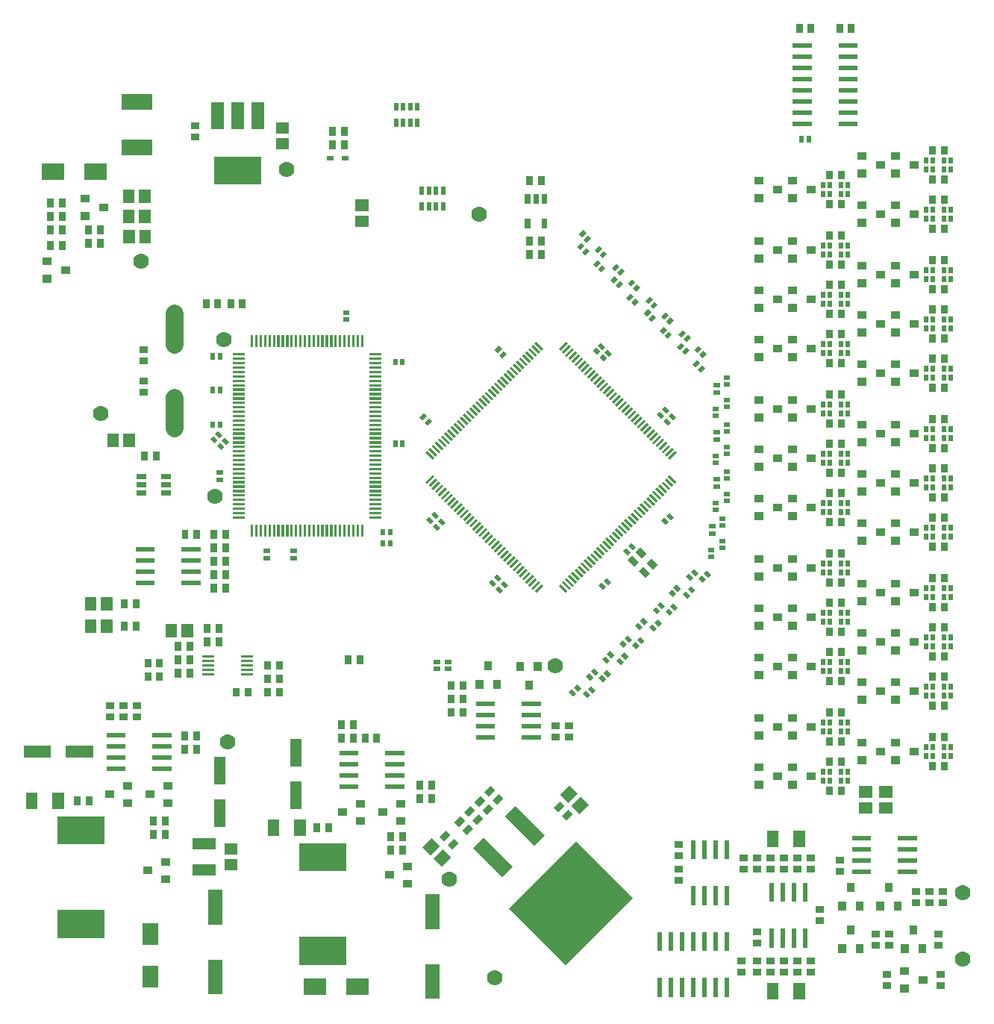
<source format=gbr>
G04 start of page 9 for group -4015 idx -4015 *
G04 Title: NVMemProg_Main, toppaste *
G04 Creator: pcb v4.0.0-ga246c150 *
G04 CreationDate: Sat Sep 30 23:46:22 2017 UTC *
G04 For: wojtek *
G04 Format: Gerber/RS-274X *
G04 PCB-Dimensions (mil): 4980.31 4606.30 *
G04 PCB-Coordinate-Origin: lower left *
%MOIN*%
%FSLAX25Y25*%
%LNTOPPASTE*%
%ADD85C,0.0787*%
%ADD84C,0.0700*%
%ADD83C,0.0001*%
G54D83*G36*
X408047Y384857D02*Y381457D01*
X412047D01*
Y384857D01*
X408047D01*
G37*
G36*
Y377057D02*Y373657D01*
X412047D01*
Y377057D01*
X408047D01*
G37*
G36*
X416247Y380957D02*Y377557D01*
X420247D01*
Y380957D01*
X416247D01*
G37*
G36*
X408047Y362857D02*Y359457D01*
X412047D01*
Y362857D01*
X408047D01*
G37*
G36*
Y355057D02*Y351657D01*
X412047D01*
Y355057D01*
X408047D01*
G37*
G36*
X416247Y358957D02*Y355557D01*
X420247D01*
Y358957D01*
X416247D01*
G37*
G36*
X393047Y384857D02*Y381457D01*
X397047D01*
Y384857D01*
X393047D01*
G37*
G36*
Y377057D02*Y373657D01*
X397047D01*
Y377057D01*
X393047D01*
G37*
G36*
X401247Y380957D02*Y377557D01*
X405247D01*
Y380957D01*
X401247D01*
G37*
G36*
X393047Y362857D02*Y359457D01*
X397047D01*
Y362857D01*
X393047D01*
G37*
G36*
Y355057D02*Y351657D01*
X397047D01*
Y355057D01*
X393047D01*
G37*
G36*
X401247Y358957D02*Y355557D01*
X405247D01*
Y358957D01*
X401247D01*
G37*
G36*
X432457Y378534D02*X430489D01*
Y375780D01*
X432457D01*
Y378534D01*
G37*
G36*
X435605D02*X433637D01*
Y375780D01*
X435605D01*
Y378534D01*
G37*
G36*
X432457Y356534D02*X430489D01*
Y353780D01*
X432457D01*
Y356534D01*
G37*
G36*
X435605D02*X433637D01*
Y353780D01*
X435605D01*
Y356534D01*
G37*
G36*
X427964Y374625D02*X425012D01*
Y370689D01*
X427964D01*
Y374625D01*
G37*
G36*
X433082D02*X430130D01*
Y370689D01*
X433082D01*
Y374625D01*
G37*
G36*
X427964Y352625D02*X425012D01*
Y348689D01*
X427964D01*
Y352625D01*
G37*
G36*
X433082D02*X430130D01*
Y348689D01*
X433082D01*
Y352625D01*
G37*
G36*
X424457Y378534D02*X422489D01*
Y375780D01*
X424457D01*
Y378534D01*
G37*
G36*
X427605D02*X425637D01*
Y375780D01*
X427605D01*
Y378534D01*
G37*
G36*
X424457Y356534D02*X422489D01*
Y353780D01*
X424457D01*
Y356534D01*
G37*
G36*
X427605D02*X425637D01*
Y353780D01*
X427605D01*
Y356534D01*
G37*
G36*
X432457Y382534D02*X430489D01*
Y379780D01*
X432457D01*
Y382534D01*
G37*
G36*
X435605D02*X433637D01*
Y379780D01*
X435605D01*
Y382534D01*
G37*
G36*
X432457Y360534D02*X430489D01*
Y357780D01*
X432457D01*
Y360534D01*
G37*
G36*
X435605D02*X433637D01*
Y357780D01*
X435605D01*
Y360534D01*
G37*
G36*
X427964Y387625D02*X425012D01*
Y383689D01*
X427964D01*
Y387625D01*
G37*
G36*
X433082D02*X430130D01*
Y383689D01*
X433082D01*
Y387625D01*
G37*
G36*
X427964Y365625D02*X425012D01*
Y361689D01*
X427964D01*
Y365625D01*
G37*
G36*
X433082D02*X430130D01*
Y361689D01*
X433082D01*
Y365625D01*
G37*
G36*
X424457Y382534D02*X422489D01*
Y379780D01*
X424457D01*
Y382534D01*
G37*
G36*
X427605D02*X425637D01*
Y379780D01*
X427605D01*
Y382534D01*
G37*
G36*
X424457Y360534D02*X422489D01*
Y357780D01*
X424457D01*
Y360534D01*
G37*
G36*
X427605D02*X425637D01*
Y357780D01*
X427605D01*
Y360534D01*
G37*
G36*
X347047Y373857D02*Y370457D01*
X351047D01*
Y373857D01*
X347047D01*
G37*
G36*
Y366057D02*Y362657D01*
X351047D01*
Y366057D01*
X347047D01*
G37*
G36*
X355247Y369957D02*Y366557D01*
X359247D01*
Y369957D01*
X355247D01*
G37*
G36*
X362047Y373857D02*Y370457D01*
X366047D01*
Y373857D01*
X362047D01*
G37*
G36*
Y366057D02*Y362657D01*
X366047D01*
Y366057D01*
X362047D01*
G37*
G36*
X370247Y369957D02*Y366557D01*
X374247D01*
Y369957D01*
X370247D01*
G37*
G36*
X381964Y376625D02*X379012D01*
Y372689D01*
X381964D01*
Y376625D01*
G37*
G36*
X387082D02*X384130D01*
Y372689D01*
X387082D01*
Y376625D01*
G37*
G36*
X378457Y371534D02*X376489D01*
Y368780D01*
X378457D01*
Y371534D01*
G37*
G36*
X381605D02*X379637D01*
Y368780D01*
X381605D01*
Y371534D01*
G37*
G36*
X386457D02*X384489D01*
Y368780D01*
X386457D01*
Y371534D01*
G37*
G36*
X389605D02*X387637D01*
Y368780D01*
X389605D01*
Y371534D01*
G37*
G36*
X381964Y363625D02*X379012D01*
Y359689D01*
X381964D01*
Y363625D01*
G37*
G36*
X387082D02*X384130D01*
Y359689D01*
X387082D01*
Y363625D01*
G37*
G36*
X378457Y367534D02*X376489D01*
Y364780D01*
X378457D01*
Y367534D01*
G37*
G36*
X381605D02*X379637D01*
Y364780D01*
X381605D01*
Y367534D01*
G37*
G36*
X386457D02*X384489D01*
Y364780D01*
X386457D01*
Y367534D01*
G37*
G36*
X389605D02*X387637D01*
Y364780D01*
X389605D01*
Y367534D01*
G37*
G36*
X408047Y122857D02*Y119457D01*
X412047D01*
Y122857D01*
X408047D01*
G37*
G36*
Y115057D02*Y111657D01*
X412047D01*
Y115057D01*
X408047D01*
G37*
G36*
X416247Y118957D02*Y115557D01*
X420247D01*
Y118957D01*
X416247D01*
G37*
G36*
X393047Y122857D02*Y119457D01*
X397047D01*
Y122857D01*
X393047D01*
G37*
G36*
Y115057D02*Y111657D01*
X397047D01*
Y115057D01*
X393047D01*
G37*
G36*
X401247Y118957D02*Y115557D01*
X405247D01*
Y118957D01*
X401247D01*
G37*
G36*
X432457Y116534D02*X430489D01*
Y113780D01*
X432457D01*
Y116534D01*
G37*
G36*
X435605D02*X433637D01*
Y113780D01*
X435605D01*
Y116534D01*
G37*
G36*
X427964Y112625D02*X425012D01*
Y108689D01*
X427964D01*
Y112625D01*
G37*
G36*
X433082D02*X430130D01*
Y108689D01*
X433082D01*
Y112625D01*
G37*
G36*
X424457Y116534D02*X422489D01*
Y113780D01*
X424457D01*
Y116534D01*
G37*
G36*
X427605D02*X425637D01*
Y113780D01*
X427605D01*
Y116534D01*
G37*
G36*
X432457Y120534D02*X430489D01*
Y117780D01*
X432457D01*
Y120534D01*
G37*
G36*
X435605D02*X433637D01*
Y117780D01*
X435605D01*
Y120534D01*
G37*
G36*
X427964Y125625D02*X425012D01*
Y121689D01*
X427964D01*
Y125625D01*
G37*
G36*
X433082D02*X430130D01*
Y121689D01*
X433082D01*
Y125625D01*
G37*
G36*
X424457Y120534D02*X422489D01*
Y117780D01*
X424457D01*
Y120534D01*
G37*
G36*
X427605D02*X425637D01*
Y117780D01*
X427605D01*
Y120534D01*
G37*
G36*
X347047Y133857D02*Y130457D01*
X351047D01*
Y133857D01*
X347047D01*
G37*
G36*
Y126057D02*Y122657D01*
X351047D01*
Y126057D01*
X347047D01*
G37*
G36*
X355247Y129957D02*Y126557D01*
X359247D01*
Y129957D01*
X355247D01*
G37*
G36*
X347047Y111857D02*Y108457D01*
X351047D01*
Y111857D01*
X347047D01*
G37*
G36*
Y104057D02*Y100657D01*
X351047D01*
Y104057D01*
X347047D01*
G37*
G36*
X355247Y107957D02*Y104557D01*
X359247D01*
Y107957D01*
X355247D01*
G37*
G36*
X362047Y133857D02*Y130457D01*
X366047D01*
Y133857D01*
X362047D01*
G37*
G36*
Y126057D02*Y122657D01*
X366047D01*
Y126057D01*
X362047D01*
G37*
G36*
X370247Y129957D02*Y126557D01*
X374247D01*
Y129957D01*
X370247D01*
G37*
G36*
X362047Y111857D02*Y108457D01*
X366047D01*
Y111857D01*
X362047D01*
G37*
G36*
Y104057D02*Y100657D01*
X366047D01*
Y104057D01*
X362047D01*
G37*
G36*
X370247Y107957D02*Y104557D01*
X374247D01*
Y107957D01*
X370247D01*
G37*
G36*
X381964Y136625D02*X379012D01*
Y132689D01*
X381964D01*
Y136625D01*
G37*
G36*
X387082D02*X384130D01*
Y132689D01*
X387082D01*
Y136625D01*
G37*
G36*
X381964Y114625D02*X379012D01*
Y110689D01*
X381964D01*
Y114625D01*
G37*
G36*
X387082D02*X384130D01*
Y110689D01*
X387082D01*
Y114625D01*
G37*
G36*
X378457Y131534D02*X376489D01*
Y128780D01*
X378457D01*
Y131534D01*
G37*
G36*
X381605D02*X379637D01*
Y128780D01*
X381605D01*
Y131534D01*
G37*
G36*
X378457Y109534D02*X376489D01*
Y106780D01*
X378457D01*
Y109534D01*
G37*
G36*
X381605D02*X379637D01*
Y106780D01*
X381605D01*
Y109534D01*
G37*
G36*
X386457Y131534D02*X384489D01*
Y128780D01*
X386457D01*
Y131534D01*
G37*
G36*
X389605D02*X387637D01*
Y128780D01*
X389605D01*
Y131534D01*
G37*
G36*
X386457Y109534D02*X384489D01*
Y106780D01*
X386457D01*
Y109534D01*
G37*
G36*
X389605D02*X387637D01*
Y106780D01*
X389605D01*
Y109534D01*
G37*
G36*
X381964Y123625D02*X379012D01*
Y119689D01*
X381964D01*
Y123625D01*
G37*
G36*
X387082D02*X384130D01*
Y119689D01*
X387082D01*
Y123625D01*
G37*
G36*
X381964Y101625D02*X379012D01*
Y97689D01*
X381964D01*
Y101625D01*
G37*
G36*
X387082D02*X384130D01*
Y97689D01*
X387082D01*
Y101625D01*
G37*
G36*
X378457Y127534D02*X376489D01*
Y124780D01*
X378457D01*
Y127534D01*
G37*
G36*
X381605D02*X379637D01*
Y124780D01*
X381605D01*
Y127534D01*
G37*
G36*
X378457Y105534D02*X376489D01*
Y102780D01*
X378457D01*
Y105534D01*
G37*
G36*
X381605D02*X379637D01*
Y102780D01*
X381605D01*
Y105534D01*
G37*
G36*
X386457Y127534D02*X384489D01*
Y124780D01*
X386457D01*
Y127534D01*
G37*
G36*
X389605D02*X387637D01*
Y124780D01*
X389605D01*
Y127534D01*
G37*
G36*
X386457Y105534D02*X384489D01*
Y102780D01*
X386457D01*
Y105534D01*
G37*
G36*
X389605D02*X387637D01*
Y102780D01*
X389605D01*
Y105534D01*
G37*
G36*
X408047Y193857D02*Y190457D01*
X412047D01*
Y193857D01*
X408047D01*
G37*
G36*
Y186057D02*Y182657D01*
X412047D01*
Y186057D01*
X408047D01*
G37*
G36*
X416247Y189957D02*Y186557D01*
X420247D01*
Y189957D01*
X416247D01*
G37*
G36*
X408047Y171857D02*Y168457D01*
X412047D01*
Y171857D01*
X408047D01*
G37*
G36*
Y164057D02*Y160657D01*
X412047D01*
Y164057D01*
X408047D01*
G37*
G36*
X416247Y167957D02*Y164557D01*
X420247D01*
Y167957D01*
X416247D01*
G37*
G36*
X408047Y149857D02*Y146457D01*
X412047D01*
Y149857D01*
X408047D01*
G37*
G36*
Y142057D02*Y138657D01*
X412047D01*
Y142057D01*
X408047D01*
G37*
G36*
X416247Y145957D02*Y142557D01*
X420247D01*
Y145957D01*
X416247D01*
G37*
G36*
X393047Y193857D02*Y190457D01*
X397047D01*
Y193857D01*
X393047D01*
G37*
G36*
Y186057D02*Y182657D01*
X397047D01*
Y186057D01*
X393047D01*
G37*
G36*
X401247Y189957D02*Y186557D01*
X405247D01*
Y189957D01*
X401247D01*
G37*
G36*
X393047Y171857D02*Y168457D01*
X397047D01*
Y171857D01*
X393047D01*
G37*
G36*
Y164057D02*Y160657D01*
X397047D01*
Y164057D01*
X393047D01*
G37*
G36*
X401247Y167957D02*Y164557D01*
X405247D01*
Y167957D01*
X401247D01*
G37*
G36*
X393047Y149857D02*Y146457D01*
X397047D01*
Y149857D01*
X393047D01*
G37*
G36*
Y142057D02*Y138657D01*
X397047D01*
Y142057D01*
X393047D01*
G37*
G36*
X401247Y145957D02*Y142557D01*
X405247D01*
Y145957D01*
X401247D01*
G37*
G36*
X432457Y187534D02*X430489D01*
Y184780D01*
X432457D01*
Y187534D01*
G37*
G36*
X435605D02*X433637D01*
Y184780D01*
X435605D01*
Y187534D01*
G37*
G36*
X432457Y165534D02*X430489D01*
Y162780D01*
X432457D01*
Y165534D01*
G37*
G36*
X435605D02*X433637D01*
Y162780D01*
X435605D01*
Y165534D01*
G37*
G36*
X432457Y143534D02*X430489D01*
Y140780D01*
X432457D01*
Y143534D01*
G37*
G36*
X435605D02*X433637D01*
Y140780D01*
X435605D01*
Y143534D01*
G37*
G36*
X427964Y183625D02*X425012D01*
Y179689D01*
X427964D01*
Y183625D01*
G37*
G36*
X433082D02*X430130D01*
Y179689D01*
X433082D01*
Y183625D01*
G37*
G36*
X427964Y161625D02*X425012D01*
Y157689D01*
X427964D01*
Y161625D01*
G37*
G36*
X433082D02*X430130D01*
Y157689D01*
X433082D01*
Y161625D01*
G37*
G36*
X427964Y139625D02*X425012D01*
Y135689D01*
X427964D01*
Y139625D01*
G37*
G36*
X433082D02*X430130D01*
Y135689D01*
X433082D01*
Y139625D01*
G37*
G36*
X424457Y187534D02*X422489D01*
Y184780D01*
X424457D01*
Y187534D01*
G37*
G36*
X427605D02*X425637D01*
Y184780D01*
X427605D01*
Y187534D01*
G37*
G36*
X424457Y165534D02*X422489D01*
Y162780D01*
X424457D01*
Y165534D01*
G37*
G36*
X427605D02*X425637D01*
Y162780D01*
X427605D01*
Y165534D01*
G37*
G36*
X424457Y143534D02*X422489D01*
Y140780D01*
X424457D01*
Y143534D01*
G37*
G36*
X427605D02*X425637D01*
Y140780D01*
X427605D01*
Y143534D01*
G37*
G36*
X432457Y191534D02*X430489D01*
Y188780D01*
X432457D01*
Y191534D01*
G37*
G36*
X435605D02*X433637D01*
Y188780D01*
X435605D01*
Y191534D01*
G37*
G36*
X432457Y169534D02*X430489D01*
Y166780D01*
X432457D01*
Y169534D01*
G37*
G36*
X435605D02*X433637D01*
Y166780D01*
X435605D01*
Y169534D01*
G37*
G36*
X432457Y147534D02*X430489D01*
Y144780D01*
X432457D01*
Y147534D01*
G37*
G36*
X435605D02*X433637D01*
Y144780D01*
X435605D01*
Y147534D01*
G37*
G36*
X427964Y196625D02*X425012D01*
Y192689D01*
X427964D01*
Y196625D01*
G37*
G36*
X433082D02*X430130D01*
Y192689D01*
X433082D01*
Y196625D01*
G37*
G36*
X427964Y174625D02*X425012D01*
Y170689D01*
X427964D01*
Y174625D01*
G37*
G36*
X433082D02*X430130D01*
Y170689D01*
X433082D01*
Y174625D01*
G37*
G36*
X427964Y152625D02*X425012D01*
Y148689D01*
X427964D01*
Y152625D01*
G37*
G36*
X433082D02*X430130D01*
Y148689D01*
X433082D01*
Y152625D01*
G37*
G36*
X424457Y191534D02*X422489D01*
Y188780D01*
X424457D01*
Y191534D01*
G37*
G36*
X427605D02*X425637D01*
Y188780D01*
X427605D01*
Y191534D01*
G37*
G36*
X424457Y169534D02*X422489D01*
Y166780D01*
X424457D01*
Y169534D01*
G37*
G36*
X427605D02*X425637D01*
Y166780D01*
X427605D01*
Y169534D01*
G37*
G36*
X424457Y147534D02*X422489D01*
Y144780D01*
X424457D01*
Y147534D01*
G37*
G36*
X427605D02*X425637D01*
Y144780D01*
X427605D01*
Y147534D01*
G37*
G36*
X347047Y204857D02*Y201457D01*
X351047D01*
Y204857D01*
X347047D01*
G37*
G36*
Y197057D02*Y193657D01*
X351047D01*
Y197057D01*
X347047D01*
G37*
G36*
X355247Y200957D02*Y197557D01*
X359247D01*
Y200957D01*
X355247D01*
G37*
G36*
X347047Y182857D02*Y179457D01*
X351047D01*
Y182857D01*
X347047D01*
G37*
G36*
Y175057D02*Y171657D01*
X351047D01*
Y175057D01*
X347047D01*
G37*
G36*
X355247Y178957D02*Y175557D01*
X359247D01*
Y178957D01*
X355247D01*
G37*
G36*
X347047Y160857D02*Y157457D01*
X351047D01*
Y160857D01*
X347047D01*
G37*
G36*
Y153057D02*Y149657D01*
X351047D01*
Y153057D01*
X347047D01*
G37*
G36*
X355247Y156957D02*Y153557D01*
X359247D01*
Y156957D01*
X355247D01*
G37*
G36*
X362047Y204857D02*Y201457D01*
X366047D01*
Y204857D01*
X362047D01*
G37*
G36*
Y197057D02*Y193657D01*
X366047D01*
Y197057D01*
X362047D01*
G37*
G36*
X370247Y200957D02*Y197557D01*
X374247D01*
Y200957D01*
X370247D01*
G37*
G36*
X362047Y182857D02*Y179457D01*
X366047D01*
Y182857D01*
X362047D01*
G37*
G36*
Y175057D02*Y171657D01*
X366047D01*
Y175057D01*
X362047D01*
G37*
G36*
X370247Y178957D02*Y175557D01*
X374247D01*
Y178957D01*
X370247D01*
G37*
G36*
X362047Y160857D02*Y157457D01*
X366047D01*
Y160857D01*
X362047D01*
G37*
G36*
Y153057D02*Y149657D01*
X366047D01*
Y153057D01*
X362047D01*
G37*
G36*
X370247Y156957D02*Y153557D01*
X374247D01*
Y156957D01*
X370247D01*
G37*
G36*
X381964Y207625D02*X379012D01*
Y203689D01*
X381964D01*
Y207625D01*
G37*
G36*
X387082D02*X384130D01*
Y203689D01*
X387082D01*
Y207625D01*
G37*
G36*
X381964Y185625D02*X379012D01*
Y181689D01*
X381964D01*
Y185625D01*
G37*
G36*
X387082D02*X384130D01*
Y181689D01*
X387082D01*
Y185625D01*
G37*
G36*
X381964Y163625D02*X379012D01*
Y159689D01*
X381964D01*
Y163625D01*
G37*
G36*
X387082D02*X384130D01*
Y159689D01*
X387082D01*
Y163625D01*
G37*
G36*
X378457Y202534D02*X376489D01*
Y199780D01*
X378457D01*
Y202534D01*
G37*
G36*
X381605D02*X379637D01*
Y199780D01*
X381605D01*
Y202534D01*
G37*
G36*
X378457Y180534D02*X376489D01*
Y177780D01*
X378457D01*
Y180534D01*
G37*
G36*
X381605D02*X379637D01*
Y177780D01*
X381605D01*
Y180534D01*
G37*
G36*
X378457Y158534D02*X376489D01*
Y155780D01*
X378457D01*
Y158534D01*
G37*
G36*
X381605D02*X379637D01*
Y155780D01*
X381605D01*
Y158534D01*
G37*
G36*
X386457Y202534D02*X384489D01*
Y199780D01*
X386457D01*
Y202534D01*
G37*
G36*
X389605D02*X387637D01*
Y199780D01*
X389605D01*
Y202534D01*
G37*
G36*
X386457Y180534D02*X384489D01*
Y177780D01*
X386457D01*
Y180534D01*
G37*
G36*
X389605D02*X387637D01*
Y177780D01*
X389605D01*
Y180534D01*
G37*
G36*
X386457Y158534D02*X384489D01*
Y155780D01*
X386457D01*
Y158534D01*
G37*
G36*
X389605D02*X387637D01*
Y155780D01*
X389605D01*
Y158534D01*
G37*
G36*
X381964Y194625D02*X379012D01*
Y190689D01*
X381964D01*
Y194625D01*
G37*
G36*
X387082D02*X384130D01*
Y190689D01*
X387082D01*
Y194625D01*
G37*
G36*
X381964Y172625D02*X379012D01*
Y168689D01*
X381964D01*
Y172625D01*
G37*
G36*
X387082D02*X384130D01*
Y168689D01*
X387082D01*
Y172625D01*
G37*
G36*
X381964Y150625D02*X379012D01*
Y146689D01*
X381964D01*
Y150625D01*
G37*
G36*
X387082D02*X384130D01*
Y146689D01*
X387082D01*
Y150625D01*
G37*
G36*
X378457Y198534D02*X376489D01*
Y195780D01*
X378457D01*
Y198534D01*
G37*
G36*
X381605D02*X379637D01*
Y195780D01*
X381605D01*
Y198534D01*
G37*
G36*
X378457Y176534D02*X376489D01*
Y173780D01*
X378457D01*
Y176534D01*
G37*
G36*
X381605D02*X379637D01*
Y173780D01*
X381605D01*
Y176534D01*
G37*
G36*
X378457Y154534D02*X376489D01*
Y151780D01*
X378457D01*
Y154534D01*
G37*
G36*
X381605D02*X379637D01*
Y151780D01*
X381605D01*
Y154534D01*
G37*
G36*
X386457Y198534D02*X384489D01*
Y195780D01*
X386457D01*
Y198534D01*
G37*
G36*
X389605D02*X387637D01*
Y195780D01*
X389605D01*
Y198534D01*
G37*
G36*
X386457Y176534D02*X384489D01*
Y173780D01*
X386457D01*
Y176534D01*
G37*
G36*
X389605D02*X387637D01*
Y173780D01*
X389605D01*
Y176534D01*
G37*
G36*
X386457Y154534D02*X384489D01*
Y151780D01*
X386457D01*
Y154534D01*
G37*
G36*
X389605D02*X387637D01*
Y151780D01*
X389605D01*
Y154534D01*
G37*
G36*
X408047Y264857D02*Y261457D01*
X412047D01*
Y264857D01*
X408047D01*
G37*
G36*
Y257057D02*Y253657D01*
X412047D01*
Y257057D01*
X408047D01*
G37*
G36*
X416247Y260957D02*Y257557D01*
X420247D01*
Y260957D01*
X416247D01*
G37*
G36*
X408047Y242857D02*Y239457D01*
X412047D01*
Y242857D01*
X408047D01*
G37*
G36*
Y235057D02*Y231657D01*
X412047D01*
Y235057D01*
X408047D01*
G37*
G36*
X416247Y238957D02*Y235557D01*
X420247D01*
Y238957D01*
X416247D01*
G37*
G36*
X408047Y220857D02*Y217457D01*
X412047D01*
Y220857D01*
X408047D01*
G37*
G36*
Y213057D02*Y209657D01*
X412047D01*
Y213057D01*
X408047D01*
G37*
G36*
X416247Y216957D02*Y213557D01*
X420247D01*
Y216957D01*
X416247D01*
G37*
G36*
X393047Y264857D02*Y261457D01*
X397047D01*
Y264857D01*
X393047D01*
G37*
G36*
Y257057D02*Y253657D01*
X397047D01*
Y257057D01*
X393047D01*
G37*
G36*
X401247Y260957D02*Y257557D01*
X405247D01*
Y260957D01*
X401247D01*
G37*
G36*
X393047Y242857D02*Y239457D01*
X397047D01*
Y242857D01*
X393047D01*
G37*
G36*
Y235057D02*Y231657D01*
X397047D01*
Y235057D01*
X393047D01*
G37*
G36*
X401247Y238957D02*Y235557D01*
X405247D01*
Y238957D01*
X401247D01*
G37*
G36*
X393047Y220857D02*Y217457D01*
X397047D01*
Y220857D01*
X393047D01*
G37*
G36*
Y213057D02*Y209657D01*
X397047D01*
Y213057D01*
X393047D01*
G37*
G36*
X401247Y216957D02*Y213557D01*
X405247D01*
Y216957D01*
X401247D01*
G37*
G36*
X432457Y258534D02*X430489D01*
Y255780D01*
X432457D01*
Y258534D01*
G37*
G36*
X435605D02*X433637D01*
Y255780D01*
X435605D01*
Y258534D01*
G37*
G36*
X432457Y236534D02*X430489D01*
Y233780D01*
X432457D01*
Y236534D01*
G37*
G36*
X435605D02*X433637D01*
Y233780D01*
X435605D01*
Y236534D01*
G37*
G36*
X432457Y214534D02*X430489D01*
Y211780D01*
X432457D01*
Y214534D01*
G37*
G36*
X435605D02*X433637D01*
Y211780D01*
X435605D01*
Y214534D01*
G37*
G36*
X427964Y254625D02*X425012D01*
Y250689D01*
X427964D01*
Y254625D01*
G37*
G36*
X433082D02*X430130D01*
Y250689D01*
X433082D01*
Y254625D01*
G37*
G36*
X427964Y232625D02*X425012D01*
Y228689D01*
X427964D01*
Y232625D01*
G37*
G36*
X433082D02*X430130D01*
Y228689D01*
X433082D01*
Y232625D01*
G37*
G36*
X427964Y210625D02*X425012D01*
Y206689D01*
X427964D01*
Y210625D01*
G37*
G36*
X433082D02*X430130D01*
Y206689D01*
X433082D01*
Y210625D01*
G37*
G36*
X424457Y258534D02*X422489D01*
Y255780D01*
X424457D01*
Y258534D01*
G37*
G36*
X427605D02*X425637D01*
Y255780D01*
X427605D01*
Y258534D01*
G37*
G36*
X424457Y236534D02*X422489D01*
Y233780D01*
X424457D01*
Y236534D01*
G37*
G36*
X427605D02*X425637D01*
Y233780D01*
X427605D01*
Y236534D01*
G37*
G36*
X424457Y214534D02*X422489D01*
Y211780D01*
X424457D01*
Y214534D01*
G37*
G36*
X427605D02*X425637D01*
Y211780D01*
X427605D01*
Y214534D01*
G37*
G36*
X432457Y262534D02*X430489D01*
Y259780D01*
X432457D01*
Y262534D01*
G37*
G36*
X435605D02*X433637D01*
Y259780D01*
X435605D01*
Y262534D01*
G37*
G36*
X432457Y240534D02*X430489D01*
Y237780D01*
X432457D01*
Y240534D01*
G37*
G36*
X435605D02*X433637D01*
Y237780D01*
X435605D01*
Y240534D01*
G37*
G36*
X432457Y218534D02*X430489D01*
Y215780D01*
X432457D01*
Y218534D01*
G37*
G36*
X435605D02*X433637D01*
Y215780D01*
X435605D01*
Y218534D01*
G37*
G36*
X427964Y267625D02*X425012D01*
Y263689D01*
X427964D01*
Y267625D01*
G37*
G36*
X433082D02*X430130D01*
Y263689D01*
X433082D01*
Y267625D01*
G37*
G36*
X427964Y245625D02*X425012D01*
Y241689D01*
X427964D01*
Y245625D01*
G37*
G36*
X433082D02*X430130D01*
Y241689D01*
X433082D01*
Y245625D01*
G37*
G36*
X427964Y223625D02*X425012D01*
Y219689D01*
X427964D01*
Y223625D01*
G37*
G36*
X433082D02*X430130D01*
Y219689D01*
X433082D01*
Y223625D01*
G37*
G36*
X424457Y262534D02*X422489D01*
Y259780D01*
X424457D01*
Y262534D01*
G37*
G36*
X427605D02*X425637D01*
Y259780D01*
X427605D01*
Y262534D01*
G37*
G36*
X424457Y240534D02*X422489D01*
Y237780D01*
X424457D01*
Y240534D01*
G37*
G36*
X427605D02*X425637D01*
Y237780D01*
X427605D01*
Y240534D01*
G37*
G36*
X424457Y218534D02*X422489D01*
Y215780D01*
X424457D01*
Y218534D01*
G37*
G36*
X427605D02*X425637D01*
Y215780D01*
X427605D01*
Y218534D01*
G37*
G36*
X347047Y275857D02*Y272457D01*
X351047D01*
Y275857D01*
X347047D01*
G37*
G36*
Y268057D02*Y264657D01*
X351047D01*
Y268057D01*
X347047D01*
G37*
G36*
X355247Y271957D02*Y268557D01*
X359247D01*
Y271957D01*
X355247D01*
G37*
G36*
X347047Y253857D02*Y250457D01*
X351047D01*
Y253857D01*
X347047D01*
G37*
G36*
Y246057D02*Y242657D01*
X351047D01*
Y246057D01*
X347047D01*
G37*
G36*
X355247Y249957D02*Y246557D01*
X359247D01*
Y249957D01*
X355247D01*
G37*
G36*
X347047Y231857D02*Y228457D01*
X351047D01*
Y231857D01*
X347047D01*
G37*
G36*
Y224057D02*Y220657D01*
X351047D01*
Y224057D01*
X347047D01*
G37*
G36*
X355247Y227957D02*Y224557D01*
X359247D01*
Y227957D01*
X355247D01*
G37*
G36*
X362047Y275857D02*Y272457D01*
X366047D01*
Y275857D01*
X362047D01*
G37*
G36*
Y268057D02*Y264657D01*
X366047D01*
Y268057D01*
X362047D01*
G37*
G36*
X370247Y271957D02*Y268557D01*
X374247D01*
Y271957D01*
X370247D01*
G37*
G36*
X362047Y253857D02*Y250457D01*
X366047D01*
Y253857D01*
X362047D01*
G37*
G36*
Y246057D02*Y242657D01*
X366047D01*
Y246057D01*
X362047D01*
G37*
G36*
X370247Y249957D02*Y246557D01*
X374247D01*
Y249957D01*
X370247D01*
G37*
G36*
X362047Y231857D02*Y228457D01*
X366047D01*
Y231857D01*
X362047D01*
G37*
G36*
Y224057D02*Y220657D01*
X366047D01*
Y224057D01*
X362047D01*
G37*
G36*
X370247Y227957D02*Y224557D01*
X374247D01*
Y227957D01*
X370247D01*
G37*
G36*
X381964Y278625D02*X379012D01*
Y274689D01*
X381964D01*
Y278625D01*
G37*
G36*
X387082D02*X384130D01*
Y274689D01*
X387082D01*
Y278625D01*
G37*
G36*
X381964Y256625D02*X379012D01*
Y252689D01*
X381964D01*
Y256625D01*
G37*
G36*
X387082D02*X384130D01*
Y252689D01*
X387082D01*
Y256625D01*
G37*
G36*
X381964Y234625D02*X379012D01*
Y230689D01*
X381964D01*
Y234625D01*
G37*
G36*
X387082D02*X384130D01*
Y230689D01*
X387082D01*
Y234625D01*
G37*
G36*
X378457Y273534D02*X376489D01*
Y270780D01*
X378457D01*
Y273534D01*
G37*
G36*
X381605D02*X379637D01*
Y270780D01*
X381605D01*
Y273534D01*
G37*
G36*
X378457Y251534D02*X376489D01*
Y248780D01*
X378457D01*
Y251534D01*
G37*
G36*
X381605D02*X379637D01*
Y248780D01*
X381605D01*
Y251534D01*
G37*
G36*
X378457Y229534D02*X376489D01*
Y226780D01*
X378457D01*
Y229534D01*
G37*
G36*
X381605D02*X379637D01*
Y226780D01*
X381605D01*
Y229534D01*
G37*
G36*
X386457Y273534D02*X384489D01*
Y270780D01*
X386457D01*
Y273534D01*
G37*
G36*
X389605D02*X387637D01*
Y270780D01*
X389605D01*
Y273534D01*
G37*
G36*
X386457Y251534D02*X384489D01*
Y248780D01*
X386457D01*
Y251534D01*
G37*
G36*
X389605D02*X387637D01*
Y248780D01*
X389605D01*
Y251534D01*
G37*
G36*
X386457Y229534D02*X384489D01*
Y226780D01*
X386457D01*
Y229534D01*
G37*
G36*
X389605D02*X387637D01*
Y226780D01*
X389605D01*
Y229534D01*
G37*
G36*
X381964Y265625D02*X379012D01*
Y261689D01*
X381964D01*
Y265625D01*
G37*
G36*
X387082D02*X384130D01*
Y261689D01*
X387082D01*
Y265625D01*
G37*
G36*
X381964Y243625D02*X379012D01*
Y239689D01*
X381964D01*
Y243625D01*
G37*
G36*
X387082D02*X384130D01*
Y239689D01*
X387082D01*
Y243625D01*
G37*
G36*
X381964Y221625D02*X379012D01*
Y217689D01*
X381964D01*
Y221625D01*
G37*
G36*
X387082D02*X384130D01*
Y217689D01*
X387082D01*
Y221625D01*
G37*
G36*
X378457Y269534D02*X376489D01*
Y266780D01*
X378457D01*
Y269534D01*
G37*
G36*
X381605D02*X379637D01*
Y266780D01*
X381605D01*
Y269534D01*
G37*
G36*
X378457Y247534D02*X376489D01*
Y244780D01*
X378457D01*
Y247534D01*
G37*
G36*
X381605D02*X379637D01*
Y244780D01*
X381605D01*
Y247534D01*
G37*
G36*
X378457Y225534D02*X376489D01*
Y222780D01*
X378457D01*
Y225534D01*
G37*
G36*
X381605D02*X379637D01*
Y222780D01*
X381605D01*
Y225534D01*
G37*
G36*
X386457Y269534D02*X384489D01*
Y266780D01*
X386457D01*
Y269534D01*
G37*
G36*
X389605D02*X387637D01*
Y266780D01*
X389605D01*
Y269534D01*
G37*
G36*
X386457Y247534D02*X384489D01*
Y244780D01*
X386457D01*
Y247534D01*
G37*
G36*
X389605D02*X387637D01*
Y244780D01*
X389605D01*
Y247534D01*
G37*
G36*
X386457Y225534D02*X384489D01*
Y222780D01*
X386457D01*
Y225534D01*
G37*
G36*
X389605D02*X387637D01*
Y222780D01*
X389605D01*
Y225534D01*
G37*
G36*
X408047Y335857D02*Y332457D01*
X412047D01*
Y335857D01*
X408047D01*
G37*
G36*
Y328057D02*Y324657D01*
X412047D01*
Y328057D01*
X408047D01*
G37*
G36*
X416247Y331957D02*Y328557D01*
X420247D01*
Y331957D01*
X416247D01*
G37*
G36*
X408047Y313857D02*Y310457D01*
X412047D01*
Y313857D01*
X408047D01*
G37*
G36*
Y306057D02*Y302657D01*
X412047D01*
Y306057D01*
X408047D01*
G37*
G36*
X416247Y309957D02*Y306557D01*
X420247D01*
Y309957D01*
X416247D01*
G37*
G36*
X408047Y291857D02*Y288457D01*
X412047D01*
Y291857D01*
X408047D01*
G37*
G36*
Y284057D02*Y280657D01*
X412047D01*
Y284057D01*
X408047D01*
G37*
G36*
X416247Y287957D02*Y284557D01*
X420247D01*
Y287957D01*
X416247D01*
G37*
G36*
X393047Y335857D02*Y332457D01*
X397047D01*
Y335857D01*
X393047D01*
G37*
G36*
Y328057D02*Y324657D01*
X397047D01*
Y328057D01*
X393047D01*
G37*
G36*
X401247Y331957D02*Y328557D01*
X405247D01*
Y331957D01*
X401247D01*
G37*
G36*
X393047Y313857D02*Y310457D01*
X397047D01*
Y313857D01*
X393047D01*
G37*
G36*
Y306057D02*Y302657D01*
X397047D01*
Y306057D01*
X393047D01*
G37*
G36*
X401247Y309957D02*Y306557D01*
X405247D01*
Y309957D01*
X401247D01*
G37*
G36*
X393047Y291857D02*Y288457D01*
X397047D01*
Y291857D01*
X393047D01*
G37*
G36*
Y284057D02*Y280657D01*
X397047D01*
Y284057D01*
X393047D01*
G37*
G36*
X401247Y287957D02*Y284557D01*
X405247D01*
Y287957D01*
X401247D01*
G37*
G36*
X432457Y329534D02*X430489D01*
Y326780D01*
X432457D01*
Y329534D01*
G37*
G36*
X435605D02*X433637D01*
Y326780D01*
X435605D01*
Y329534D01*
G37*
G36*
X432457Y307534D02*X430489D01*
Y304780D01*
X432457D01*
Y307534D01*
G37*
G36*
X435605D02*X433637D01*
Y304780D01*
X435605D01*
Y307534D01*
G37*
G36*
X432457Y285534D02*X430489D01*
Y282780D01*
X432457D01*
Y285534D01*
G37*
G36*
X435605D02*X433637D01*
Y282780D01*
X435605D01*
Y285534D01*
G37*
G36*
X427964Y325625D02*X425012D01*
Y321689D01*
X427964D01*
Y325625D01*
G37*
G36*
X433082D02*X430130D01*
Y321689D01*
X433082D01*
Y325625D01*
G37*
G36*
X427964Y303625D02*X425012D01*
Y299689D01*
X427964D01*
Y303625D01*
G37*
G36*
X433082D02*X430130D01*
Y299689D01*
X433082D01*
Y303625D01*
G37*
G36*
X427964Y281625D02*X425012D01*
Y277689D01*
X427964D01*
Y281625D01*
G37*
G36*
X433082D02*X430130D01*
Y277689D01*
X433082D01*
Y281625D01*
G37*
G36*
X424457Y329534D02*X422489D01*
Y326780D01*
X424457D01*
Y329534D01*
G37*
G36*
X427605D02*X425637D01*
Y326780D01*
X427605D01*
Y329534D01*
G37*
G36*
X424457Y307534D02*X422489D01*
Y304780D01*
X424457D01*
Y307534D01*
G37*
G36*
X427605D02*X425637D01*
Y304780D01*
X427605D01*
Y307534D01*
G37*
G36*
X424457Y285534D02*X422489D01*
Y282780D01*
X424457D01*
Y285534D01*
G37*
G36*
X427605D02*X425637D01*
Y282780D01*
X427605D01*
Y285534D01*
G37*
G36*
X432457Y333534D02*X430489D01*
Y330780D01*
X432457D01*
Y333534D01*
G37*
G36*
X435605D02*X433637D01*
Y330780D01*
X435605D01*
Y333534D01*
G37*
G36*
X432457Y311534D02*X430489D01*
Y308780D01*
X432457D01*
Y311534D01*
G37*
G36*
X435605D02*X433637D01*
Y308780D01*
X435605D01*
Y311534D01*
G37*
G36*
X432457Y289534D02*X430489D01*
Y286780D01*
X432457D01*
Y289534D01*
G37*
G36*
X435605D02*X433637D01*
Y286780D01*
X435605D01*
Y289534D01*
G37*
G36*
X427964Y338625D02*X425012D01*
Y334689D01*
X427964D01*
Y338625D01*
G37*
G36*
X433082D02*X430130D01*
Y334689D01*
X433082D01*
Y338625D01*
G37*
G36*
X427964Y316625D02*X425012D01*
Y312689D01*
X427964D01*
Y316625D01*
G37*
G36*
X433082D02*X430130D01*
Y312689D01*
X433082D01*
Y316625D01*
G37*
G36*
X427964Y294625D02*X425012D01*
Y290689D01*
X427964D01*
Y294625D01*
G37*
G36*
X433082D02*X430130D01*
Y290689D01*
X433082D01*
Y294625D01*
G37*
G36*
X424457Y333534D02*X422489D01*
Y330780D01*
X424457D01*
Y333534D01*
G37*
G36*
X427605D02*X425637D01*
Y330780D01*
X427605D01*
Y333534D01*
G37*
G36*
X424457Y311534D02*X422489D01*
Y308780D01*
X424457D01*
Y311534D01*
G37*
G36*
X427605D02*X425637D01*
Y308780D01*
X427605D01*
Y311534D01*
G37*
G36*
X424457Y289534D02*X422489D01*
Y286780D01*
X424457D01*
Y289534D01*
G37*
G36*
X427605D02*X425637D01*
Y286780D01*
X427605D01*
Y289534D01*
G37*
G36*
X347047Y346857D02*Y343457D01*
X351047D01*
Y346857D01*
X347047D01*
G37*
G36*
Y339057D02*Y335657D01*
X351047D01*
Y339057D01*
X347047D01*
G37*
G36*
X355247Y342957D02*Y339557D01*
X359247D01*
Y342957D01*
X355247D01*
G37*
G36*
X347047Y324857D02*Y321457D01*
X351047D01*
Y324857D01*
X347047D01*
G37*
G36*
Y317057D02*Y313657D01*
X351047D01*
Y317057D01*
X347047D01*
G37*
G36*
X355247Y320957D02*Y317557D01*
X359247D01*
Y320957D01*
X355247D01*
G37*
G36*
X347047Y302857D02*Y299457D01*
X351047D01*
Y302857D01*
X347047D01*
G37*
G36*
Y295057D02*Y291657D01*
X351047D01*
Y295057D01*
X347047D01*
G37*
G36*
X355247Y298957D02*Y295557D01*
X359247D01*
Y298957D01*
X355247D01*
G37*
G36*
X362047Y346857D02*Y343457D01*
X366047D01*
Y346857D01*
X362047D01*
G37*
G36*
Y339057D02*Y335657D01*
X366047D01*
Y339057D01*
X362047D01*
G37*
G36*
X370247Y342957D02*Y339557D01*
X374247D01*
Y342957D01*
X370247D01*
G37*
G36*
X362047Y324857D02*Y321457D01*
X366047D01*
Y324857D01*
X362047D01*
G37*
G36*
Y317057D02*Y313657D01*
X366047D01*
Y317057D01*
X362047D01*
G37*
G36*
X370247Y320957D02*Y317557D01*
X374247D01*
Y320957D01*
X370247D01*
G37*
G36*
X362047Y302857D02*Y299457D01*
X366047D01*
Y302857D01*
X362047D01*
G37*
G36*
Y295057D02*Y291657D01*
X366047D01*
Y295057D01*
X362047D01*
G37*
G36*
X370247Y298957D02*Y295557D01*
X374247D01*
Y298957D01*
X370247D01*
G37*
G36*
X381964Y349625D02*X379012D01*
Y345689D01*
X381964D01*
Y349625D01*
G37*
G36*
X387082D02*X384130D01*
Y345689D01*
X387082D01*
Y349625D01*
G37*
G36*
X381964Y327625D02*X379012D01*
Y323689D01*
X381964D01*
Y327625D01*
G37*
G36*
X387082D02*X384130D01*
Y323689D01*
X387082D01*
Y327625D01*
G37*
G36*
X381964Y305625D02*X379012D01*
Y301689D01*
X381964D01*
Y305625D01*
G37*
G36*
X387082D02*X384130D01*
Y301689D01*
X387082D01*
Y305625D01*
G37*
G36*
X378457Y344534D02*X376489D01*
Y341780D01*
X378457D01*
Y344534D01*
G37*
G36*
X381605D02*X379637D01*
Y341780D01*
X381605D01*
Y344534D01*
G37*
G36*
X378457Y322534D02*X376489D01*
Y319780D01*
X378457D01*
Y322534D01*
G37*
G36*
X381605D02*X379637D01*
Y319780D01*
X381605D01*
Y322534D01*
G37*
G36*
X378457Y300534D02*X376489D01*
Y297780D01*
X378457D01*
Y300534D01*
G37*
G36*
X381605D02*X379637D01*
Y297780D01*
X381605D01*
Y300534D01*
G37*
G36*
X386457Y344534D02*X384489D01*
Y341780D01*
X386457D01*
Y344534D01*
G37*
G36*
X389605D02*X387637D01*
Y341780D01*
X389605D01*
Y344534D01*
G37*
G36*
X386457Y322534D02*X384489D01*
Y319780D01*
X386457D01*
Y322534D01*
G37*
G36*
X389605D02*X387637D01*
Y319780D01*
X389605D01*
Y322534D01*
G37*
G36*
X386457Y300534D02*X384489D01*
Y297780D01*
X386457D01*
Y300534D01*
G37*
G36*
X389605D02*X387637D01*
Y297780D01*
X389605D01*
Y300534D01*
G37*
G36*
X381964Y336625D02*X379012D01*
Y332689D01*
X381964D01*
Y336625D01*
G37*
G36*
X387082D02*X384130D01*
Y332689D01*
X387082D01*
Y336625D01*
G37*
G36*
X381964Y314625D02*X379012D01*
Y310689D01*
X381964D01*
Y314625D01*
G37*
G36*
X387082D02*X384130D01*
Y310689D01*
X387082D01*
Y314625D01*
G37*
G36*
X381964Y292625D02*X379012D01*
Y288689D01*
X381964D01*
Y292625D01*
G37*
G36*
X387082D02*X384130D01*
Y288689D01*
X387082D01*
Y292625D01*
G37*
G36*
X378457Y340534D02*X376489D01*
Y337780D01*
X378457D01*
Y340534D01*
G37*
G36*
X381605D02*X379637D01*
Y337780D01*
X381605D01*
Y340534D01*
G37*
G36*
X378457Y318534D02*X376489D01*
Y315780D01*
X378457D01*
Y318534D01*
G37*
G36*
X381605D02*X379637D01*
Y315780D01*
X381605D01*
Y318534D01*
G37*
G36*
X378457Y296534D02*X376489D01*
Y293780D01*
X378457D01*
Y296534D01*
G37*
G36*
X381605D02*X379637D01*
Y293780D01*
X381605D01*
Y296534D01*
G37*
G36*
X386457Y340534D02*X384489D01*
Y337780D01*
X386457D01*
Y340534D01*
G37*
G36*
X389605D02*X387637D01*
Y337780D01*
X389605D01*
Y340534D01*
G37*
G36*
X386457Y318534D02*X384489D01*
Y315780D01*
X386457D01*
Y318534D01*
G37*
G36*
X389605D02*X387637D01*
Y315780D01*
X389605D01*
Y318534D01*
G37*
G36*
X386457Y296534D02*X384489D01*
Y293780D01*
X386457D01*
Y296534D01*
G37*
G36*
X389605D02*X387637D01*
Y293780D01*
X389605D01*
Y296534D01*
G37*
G36*
X328670Y281715D02*Y279747D01*
X331424D01*
Y281715D01*
X328670D01*
G37*
G36*
Y278567D02*Y276599D01*
X331424D01*
Y278567D01*
X328670D01*
G37*
G36*
X326670Y218715D02*Y216747D01*
X329424D01*
Y218715D01*
X326670D01*
G37*
G36*
Y215567D02*Y213599D01*
X329424D01*
Y215567D01*
X326670D01*
G37*
G36*
X333170Y282067D02*Y280099D01*
X335924D01*
Y282067D01*
X333170D01*
G37*
G36*
Y285215D02*Y283247D01*
X335924D01*
Y285215D01*
X333170D01*
G37*
G36*
X331170Y219067D02*Y217099D01*
X333924D01*
Y219067D01*
X331170D01*
G37*
G36*
Y222215D02*Y220247D01*
X333924D01*
Y222215D01*
X331170D01*
G37*
G36*
X328170Y271215D02*Y269247D01*
X330924D01*
Y271215D01*
X328170D01*
G37*
G36*
Y268067D02*Y266099D01*
X330924D01*
Y268067D01*
X328170D01*
G37*
G36*
X326170Y208215D02*Y206247D01*
X328924D01*
Y208215D01*
X326170D01*
G37*
G36*
Y205067D02*Y203099D01*
X328924D01*
Y205067D01*
X326170D01*
G37*
G36*
X333170Y272067D02*Y270099D01*
X335924D01*
Y272067D01*
X333170D01*
G37*
G36*
Y275215D02*Y273247D01*
X335924D01*
Y275215D01*
X333170D01*
G37*
G36*
X331170Y209067D02*Y207099D01*
X333924D01*
Y209067D01*
X331170D01*
G37*
G36*
Y212215D02*Y210247D01*
X333924D01*
Y212215D01*
X331170D01*
G37*
G36*
X304486Y305064D02*X305878Y303672D01*
X307825Y305620D01*
X306434Y307011D01*
X304486Y305064D01*
G37*
G36*
X306712Y302838D02*X308104Y301446D01*
X310051Y303394D01*
X308660Y304785D01*
X306712Y302838D01*
G37*
G36*
X267717Y342540D02*X269109Y341149D01*
X271057Y343096D01*
X269665Y344488D01*
X267717Y342540D01*
G37*
G36*
X269943Y340314D02*X271335Y338923D01*
X273283Y340870D01*
X271891Y342262D01*
X269943Y340314D01*
G37*
G36*
X282566Y327691D02*X283958Y326299D01*
X285905Y328246D01*
X284514Y329638D01*
X282566Y327691D01*
G37*
G36*
X284792Y325465D02*X286184Y324073D01*
X288131Y326020D01*
X286740Y327412D01*
X284792Y325465D01*
G37*
G36*
X297416Y312842D02*X298807Y311450D01*
X300755Y313398D01*
X299363Y314789D01*
X297416Y312842D01*
G37*
G36*
X299641Y310616D02*X301033Y309224D01*
X302981Y311172D01*
X301589Y312563D01*
X299641Y310616D01*
G37*
G36*
X270650Y345972D02*X272042Y344580D01*
X273989Y346528D01*
X272598Y347919D01*
X270650Y345972D01*
G37*
G36*
X268424Y348198D02*X269816Y346806D01*
X271763Y348754D01*
X270372Y350145D01*
X268424Y348198D01*
G37*
G36*
X285499Y331122D02*X286891Y329730D01*
X288838Y331678D01*
X287447Y333069D01*
X285499Y331122D01*
G37*
G36*
X283273Y333348D02*X284665Y331956D01*
X286612Y333904D01*
X285221Y335295D01*
X283273Y333348D01*
G37*
G36*
X300349Y316272D02*X301740Y314881D01*
X303688Y316828D01*
X302296Y318220D01*
X300349Y316272D01*
G37*
G36*
X298123Y318498D02*X299514Y317107D01*
X301462Y319054D01*
X300070Y320446D01*
X298123Y318498D01*
G37*
G36*
X274787Y334762D02*X276179Y333371D01*
X278127Y335318D01*
X276735Y336710D01*
X274787Y334762D01*
G37*
G36*
X277013Y332536D02*X278405Y331145D01*
X280353Y333092D01*
X278961Y334484D01*
X277013Y332536D01*
G37*
G36*
X289637Y319913D02*X291029Y318521D01*
X292977Y320469D01*
X291585Y321860D01*
X289637Y319913D01*
G37*
G36*
X291863Y317687D02*X293255Y316295D01*
X295203Y318243D01*
X293811Y319634D01*
X291863Y317687D01*
G37*
G36*
X277721Y338900D02*X279112Y337508D01*
X281060Y339456D01*
X279668Y340847D01*
X277721Y338900D01*
G37*
G36*
X275495Y341126D02*X276886Y339734D01*
X278834Y341682D01*
X277442Y343073D01*
X275495Y341126D01*
G37*
G36*
X292571Y324051D02*X293962Y322659D01*
X295910Y324607D01*
X294518Y325998D01*
X292571Y324051D01*
G37*
G36*
X290345Y326277D02*X291736Y324885D01*
X293684Y326833D01*
X292292Y328224D01*
X290345Y326277D01*
G37*
G36*
X307419Y309202D02*X308811Y307810D01*
X310759Y309757D01*
X309367Y311149D01*
X307419Y309202D01*
G37*
G36*
X305193Y311428D02*X306585Y310036D01*
X308533Y311983D01*
X307141Y313375D01*
X305193Y311428D01*
G37*
G36*
X322269Y294352D02*X323661Y292961D01*
X325608Y294908D01*
X324217Y296300D01*
X322269Y294352D01*
G37*
G36*
X320043Y296578D02*X321435Y295187D01*
X323382Y297134D01*
X321991Y298526D01*
X320043Y296578D01*
G37*
G36*
X319336Y290214D02*X320728Y288823D01*
X322675Y290770D01*
X321283Y292162D01*
X319336Y290214D01*
G37*
G36*
X321562Y287988D02*X322954Y286597D01*
X324901Y288544D01*
X323509Y289936D01*
X321562Y287988D01*
G37*
G36*
X315198Y301423D02*X316589Y300032D01*
X318537Y301979D01*
X317145Y303371D01*
X315198Y301423D01*
G37*
G36*
X312972Y303649D02*X314363Y302258D01*
X316311Y304205D01*
X314919Y305597D01*
X312972Y303649D01*
G37*
G36*
X312265Y297993D02*X313656Y296601D01*
X315604Y298548D01*
X314212Y299940D01*
X312265Y297993D01*
G37*
G36*
X314491Y295767D02*X315882Y294375D01*
X317830Y296322D01*
X316438Y297714D01*
X314491Y295767D01*
G37*
G36*
X319882Y198940D02*X318491Y197548D01*
X320438Y195601D01*
X321830Y196993D01*
X319882Y198940D01*
G37*
G36*
X317656Y196714D02*X316265Y195322D01*
X318212Y193375D01*
X319604Y194767D01*
X317656Y196714D01*
G37*
G36*
X305033Y184091D02*X303641Y182699D01*
X305589Y180752D01*
X306981Y182143D01*
X305033Y184091D01*
G37*
G36*
X302807Y181865D02*X301416Y180473D01*
X303363Y178526D01*
X304755Y179917D01*
X302807Y181865D01*
G37*
G36*
X290184Y169242D02*X288792Y167851D01*
X290740Y165903D01*
X292131Y167295D01*
X290184Y169242D01*
G37*
G36*
X287958Y167016D02*X286566Y165625D01*
X288514Y163677D01*
X289905Y165069D01*
X287958Y167016D01*
G37*
G36*
X275335Y154392D02*X273943Y153001D01*
X275891Y151053D01*
X277283Y152445D01*
X275335Y154392D01*
G37*
G36*
X273109Y152166D02*X271717Y150775D01*
X273665Y148827D01*
X275057Y150219D01*
X273109Y152166D01*
G37*
G36*
X323313Y196006D02*X321921Y194615D01*
X323869Y192667D01*
X325260Y194059D01*
X323313Y196006D01*
G37*
G36*
X325539Y198232D02*X324147Y196841D01*
X326095Y194893D01*
X327486Y196285D01*
X325539Y198232D01*
G37*
G36*
X308464Y181158D02*X307072Y179766D01*
X309020Y177819D01*
X310411Y179210D01*
X308464Y181158D01*
G37*
G36*
X310690Y183384D02*X309298Y181992D01*
X311246Y180045D01*
X312637Y181436D01*
X310690Y183384D01*
G37*
G36*
X293615Y166309D02*X292223Y164917D01*
X294170Y162969D01*
X295562Y164361D01*
X293615Y166309D01*
G37*
G36*
X295841Y168534D02*X294449Y167143D01*
X296396Y165195D01*
X297788Y166587D01*
X295841Y168534D01*
G37*
G36*
X278765Y151459D02*X277374Y150067D01*
X279321Y148120D01*
X280713Y149511D01*
X278765Y151459D01*
G37*
G36*
X280991Y153685D02*X279600Y152293D01*
X281547Y150346D01*
X282939Y151737D01*
X280991Y153685D01*
G37*
G36*
X312104Y191869D02*X310712Y190477D01*
X312660Y188530D01*
X314051Y189921D01*
X312104Y191869D01*
G37*
G36*
X309878Y189643D02*X308486Y188251D01*
X310434Y186304D01*
X311825Y187695D01*
X309878Y189643D01*
G37*
G36*
X297255Y177020D02*X295863Y175628D01*
X297811Y173680D01*
X299203Y175072D01*
X297255Y177020D01*
G37*
G36*
X295029Y174794D02*X293637Y173402D01*
X295585Y171454D01*
X296977Y172846D01*
X295029Y174794D01*
G37*
G36*
X282405Y162170D02*X281013Y160779D01*
X282961Y158831D01*
X284353Y160223D01*
X282405Y162170D01*
G37*
G36*
X280179Y159944D02*X278787Y158553D01*
X280735Y156605D01*
X282127Y157997D01*
X280179Y159944D01*
G37*
G36*
X267556Y147321D02*X266165Y145930D01*
X268112Y143982D01*
X269504Y145374D01*
X267556Y147321D01*
G37*
G36*
X265330Y145095D02*X263939Y143704D01*
X265886Y141756D01*
X267278Y143148D01*
X265330Y145095D01*
G37*
G36*
X316242Y188936D02*X314851Y187544D01*
X316798Y185597D01*
X318190Y186988D01*
X316242Y188936D01*
G37*
G36*
X318468Y191162D02*X317077Y189770D01*
X319024Y187823D01*
X320416Y189214D01*
X318468Y191162D01*
G37*
G36*
X301393Y174086D02*X300001Y172695D01*
X301949Y170747D01*
X303340Y172139D01*
X301393Y174086D01*
G37*
G36*
X303619Y176312D02*X302227Y174921D01*
X304175Y172973D01*
X305566Y174365D01*
X303619Y176312D01*
G37*
G36*
X286544Y159237D02*X285152Y157846D01*
X287100Y155898D01*
X288491Y157290D01*
X286544Y159237D01*
G37*
G36*
X288770Y161463D02*X287378Y160072D01*
X289326Y158124D01*
X290717Y159516D01*
X288770Y161463D01*
G37*
G36*
X271694Y144388D02*X270303Y142996D01*
X272250Y141049D01*
X273642Y142441D01*
X271694Y144388D01*
G37*
G36*
X273920Y146614D02*X272529Y145222D01*
X274476Y143275D01*
X275868Y144667D01*
X273920Y146614D01*
G37*
G36*
X289656Y208214D02*X288265Y206822D01*
X290212Y204875D01*
X291604Y206267D01*
X289656Y208214D01*
G37*
G36*
X291882Y210440D02*X290491Y209048D01*
X292438Y207101D01*
X293830Y208493D01*
X291882Y210440D01*
G37*
G36*
X308882Y223940D02*X307491Y222548D01*
X309438Y220601D01*
X310830Y221993D01*
X308882Y223940D01*
G37*
G36*
X306656Y221714D02*X305265Y220322D01*
X307212Y218375D01*
X308604Y219767D01*
X306656Y221714D01*
G37*
G36*
X280882Y194940D02*X279491Y193548D01*
X281438Y191601D01*
X282830Y192993D01*
X280882Y194940D01*
G37*
G36*
X278656Y192714D02*X277265Y191322D01*
X279212Y189375D01*
X280604Y190767D01*
X278656Y192714D01*
G37*
G36*
X328170Y229215D02*Y227247D01*
X330924D01*
Y229215D01*
X328170D01*
G37*
G36*
Y226067D02*Y224099D01*
X330924D01*
Y226067D01*
X328170D01*
G37*
G36*
X333170Y230067D02*Y228099D01*
X335924D01*
Y230067D01*
X333170D01*
G37*
G36*
Y233215D02*Y231247D01*
X335924D01*
Y233215D01*
X333170D01*
G37*
G36*
X328670Y239715D02*Y237747D01*
X331424D01*
Y239715D01*
X328670D01*
G37*
G36*
Y236567D02*Y234599D01*
X331424D01*
Y236567D01*
X328670D01*
G37*
G36*
X333170Y240067D02*Y238099D01*
X335924D01*
Y240067D01*
X333170D01*
G37*
G36*
Y243215D02*Y241247D01*
X335924D01*
Y243215D01*
X333170D01*
G37*
G36*
Y251067D02*Y249099D01*
X335924D01*
Y251067D01*
X333170D01*
G37*
G36*
Y254215D02*Y252247D01*
X335924D01*
Y254215D01*
X333170D01*
G37*
G36*
X328170Y250215D02*Y248247D01*
X330924D01*
Y250215D01*
X328170D01*
G37*
G36*
Y247067D02*Y245099D01*
X330924D01*
Y247067D01*
X328170D01*
G37*
G36*
X328670Y260715D02*Y258747D01*
X331424D01*
Y260715D01*
X328670D01*
G37*
G36*
Y257567D02*Y255599D01*
X331424D01*
Y257567D01*
X328670D01*
G37*
G36*
X333170Y261067D02*Y259099D01*
X335924D01*
Y261067D01*
X333170D01*
G37*
G36*
Y264215D02*Y262247D01*
X335924D01*
Y264215D01*
X333170D01*
G37*
G36*
X306882Y271440D02*X305491Y270048D01*
X307438Y268101D01*
X308830Y269493D01*
X306882Y271440D01*
G37*
G36*
X304656Y269214D02*X303265Y267822D01*
X305212Y265875D01*
X306604Y267267D01*
X304656Y269214D01*
G37*
G36*
X278382Y299940D02*X276991Y298548D01*
X278938Y296601D01*
X280330Y297993D01*
X278382Y299940D01*
G37*
G36*
X276156Y297714D02*X274765Y296322D01*
X276712Y294375D01*
X278104Y295767D01*
X276156Y297714D01*
G37*
G36*
X309882Y268440D02*X308491Y267048D01*
X310438Y265101D01*
X311830Y266493D01*
X309882Y268440D01*
G37*
G36*
X307656Y266214D02*X306265Y264822D01*
X308212Y262875D01*
X309604Y264267D01*
X307656Y266214D01*
G37*
G36*
X281382Y296940D02*X279991Y295548D01*
X281938Y293601D01*
X283330Y294993D01*
X281382Y296940D01*
G37*
G36*
X279156Y294714D02*X277765Y293322D01*
X279712Y291375D01*
X281104Y292767D01*
X279156Y294714D01*
G37*
G36*
X163170Y314215D02*Y312247D01*
X165924D01*
Y314215D01*
X163170D01*
G37*
G36*
Y311067D02*Y309099D01*
X165924D01*
Y311067D01*
X163170D01*
G37*
G36*
X197265Y266493D02*X198656Y265101D01*
X200604Y267048D01*
X199212Y268440D01*
X197265Y266493D01*
G37*
G36*
X199491Y264267D02*X200882Y262875D01*
X202830Y264822D01*
X201438Y266214D01*
X199491Y264267D01*
G37*
G36*
X230765Y296493D02*X232156Y295101D01*
X234104Y297048D01*
X232712Y298440D01*
X230765Y296493D01*
G37*
G36*
X232991Y294267D02*X234382Y292875D01*
X236330Y294822D01*
X234938Y296214D01*
X232991Y294267D01*
G37*
G36*
X201656Y222214D02*X200265Y220822D01*
X202212Y218875D01*
X203604Y220267D01*
X201656Y222214D01*
G37*
G36*
X203882Y224440D02*X202491Y223048D01*
X204438Y221101D01*
X205830Y222493D01*
X203882Y224440D01*
G37*
G36*
X204656Y219214D02*X203265Y217822D01*
X205212Y215875D01*
X206604Y217267D01*
X204656Y219214D01*
G37*
G36*
X206882Y221440D02*X205491Y220048D01*
X207438Y218101D01*
X208830Y219493D01*
X206882Y221440D01*
G37*
G36*
X106670Y239567D02*Y237599D01*
X109424D01*
Y239567D01*
X106670D01*
G37*
G36*
Y242715D02*Y240747D01*
X109424D01*
Y242715D01*
X106670D01*
G37*
G36*
X127670Y204567D02*Y202599D01*
X130424D01*
Y204567D01*
X127670D01*
G37*
G36*
Y207715D02*Y205747D01*
X130424D01*
Y207715D01*
X127670D01*
G37*
G36*
X190605Y256034D02*X188637D01*
Y253280D01*
X190605D01*
Y256034D01*
G37*
G36*
X187457D02*X185489D01*
Y253280D01*
X187457D01*
Y256034D01*
G37*
G36*
X190605Y292534D02*X188637D01*
Y289780D01*
X190605D01*
Y292534D01*
G37*
G36*
X187457D02*X185489D01*
Y289780D01*
X187457D01*
Y292534D01*
G37*
G36*
X139670Y204567D02*Y202599D01*
X142424D01*
Y204567D01*
X139670D01*
G37*
G36*
Y207715D02*Y205747D01*
X142424D01*
Y207715D01*
X139670D01*
G37*
G36*
X185105Y211534D02*X183137D01*
Y208780D01*
X185105D01*
Y211534D01*
G37*
G36*
X181957D02*X179989D01*
Y208780D01*
X181957D01*
Y211534D01*
G37*
G36*
X185105Y216534D02*X183137D01*
Y213780D01*
X185105D01*
Y216534D01*
G37*
G36*
X181957D02*X179989D01*
Y213780D01*
X181957D01*
Y216534D01*
G37*
G36*
X229656Y194214D02*X228265Y192822D01*
X230212Y190875D01*
X231604Y192267D01*
X229656Y194214D01*
G37*
G36*
X231882Y196440D02*X230491Y195048D01*
X232438Y193101D01*
X233830Y194493D01*
X231882Y196440D01*
G37*
G36*
X232656Y191214D02*X231265Y189822D01*
X233212Y187875D01*
X234604Y189267D01*
X232656Y191214D01*
G37*
G36*
X234882Y193440D02*X233491Y192048D01*
X235438Y190101D01*
X236830Y191493D01*
X234882Y193440D01*
G37*
G36*
X105957Y264534D02*X103989D01*
Y261780D01*
X105957D01*
Y264534D01*
G37*
G36*
X109105D02*X107137D01*
Y261780D01*
X109105D01*
Y264534D01*
G37*
G54D84*X106047Y231157D03*
X110047Y301157D03*
G54D83*G36*
X105957Y280034D02*X103989D01*
Y277280D01*
X105957D01*
Y280034D01*
G37*
G36*
X109105D02*X107137D01*
Y277280D01*
X109105D01*
Y280034D01*
G37*
G36*
X72079Y293074D02*Y290122D01*
X76015D01*
Y293074D01*
X72079D01*
G37*
G36*
Y298192D02*Y295240D01*
X76015D01*
Y298192D01*
X72079D01*
G37*
G36*
Y284192D02*Y281240D01*
X76015D01*
Y284192D01*
X72079D01*
G37*
G36*
Y279074D02*Y276122D01*
X76015D01*
Y279074D01*
X72079D01*
G37*
G54D85*X88047Y312748D02*Y298969D01*
Y275346D02*Y261567D01*
G54D83*G36*
X301009Y203402D02*X298921Y201315D01*
X301705Y198532D01*
X303792Y200619D01*
X301009Y203402D01*
G37*
G36*
X297390Y199783D02*X295302Y197696D01*
X298086Y194913D01*
X300173Y197000D01*
X297390Y199783D01*
G37*
G36*
X292390Y204783D02*X290302Y202696D01*
X293086Y199913D01*
X295173Y202000D01*
X292390Y204783D01*
G37*
G36*
X296009Y208402D02*X293921Y206315D01*
X296705Y203532D01*
X298792Y205619D01*
X296009Y208402D01*
G37*
G36*
X260271Y191996D02*X259492Y191217D01*
X262674Y188035D01*
X263453Y188815D01*
X260271Y191996D01*
G37*
G36*
X261662Y193388D02*X260883Y192609D01*
X264065Y189427D01*
X264844Y190206D01*
X261662Y193388D01*
G37*
G36*
X263055Y194780D02*X262275Y194001D01*
X265458Y190819D01*
X266237Y191598D01*
X263055Y194780D01*
G37*
G36*
X264447Y196172D02*X263667Y195393D01*
X266849Y192211D01*
X267628Y192990D01*
X264447Y196172D01*
G37*
G36*
X265838Y197564D02*X265059Y196785D01*
X268241Y193603D01*
X269020Y194382D01*
X265838Y197564D01*
G37*
G36*
X267230Y198956D02*X266451Y198177D01*
X269633Y194994D01*
X270412Y195774D01*
X267230Y198956D01*
G37*
G36*
X268622Y200348D02*X267843Y199569D01*
X271025Y196387D01*
X271804Y197166D01*
X268622Y200348D01*
G37*
G36*
X270014Y201739D02*X269235Y200960D01*
X272416Y197778D01*
X273196Y198557D01*
X270014Y201739D01*
G37*
G36*
X271406Y203132D02*X270627Y202353D01*
X273809Y199171D01*
X274588Y199950D01*
X271406Y203132D01*
G37*
G36*
X272798Y204523D02*X272019Y203744D01*
X275200Y200562D01*
X275980Y201341D01*
X272798Y204523D01*
G37*
G36*
X274190Y205916D02*X273411Y205136D01*
X276593Y201955D01*
X277372Y202734D01*
X274190Y205916D01*
G37*
G36*
X275582Y207307D02*X274803Y206528D01*
X277985Y203346D01*
X278764Y204126D01*
X275582Y207307D01*
G37*
G36*
X276974Y208700D02*X276195Y207920D01*
X279377Y204738D01*
X280156Y205518D01*
X276974Y208700D01*
G37*
G36*
X278366Y210091D02*X277587Y209312D01*
X280769Y206130D01*
X281548Y206910D01*
X278366Y210091D01*
G37*
G36*
X279758Y211484D02*X278979Y210704D01*
X282161Y207522D01*
X282940Y208302D01*
X279758Y211484D01*
G37*
G36*
X281150Y212875D02*X280370Y212096D01*
X283552Y208914D01*
X284331Y209693D01*
X281150Y212875D01*
G37*
G36*
X282542Y214267D02*X281762Y213488D01*
X284944Y210306D01*
X285724Y211085D01*
X282542Y214267D01*
G37*
G36*
X283933Y215659D02*X283154Y214879D01*
X286336Y211698D01*
X287115Y212477D01*
X283933Y215659D01*
G37*
G36*
X285326Y217051D02*X284546Y216272D01*
X287728Y213090D01*
X288508Y213869D01*
X285326Y217051D01*
G37*
G36*
X286717Y218443D02*X285938Y217664D01*
X289120Y214482D01*
X289899Y215261D01*
X286717Y218443D01*
G37*
G36*
X288109Y219835D02*X287330Y219056D01*
X290512Y215874D01*
X291291Y216653D01*
X288109Y219835D01*
G37*
G36*
X289501Y221227D02*X288722Y220447D01*
X291904Y217266D01*
X292683Y218045D01*
X289501Y221227D01*
G37*
G36*
X290893Y222619D02*X290114Y221840D01*
X293296Y218658D01*
X294075Y219437D01*
X290893Y222619D01*
G37*
G36*
X292285Y224011D02*X291506Y223231D01*
X294688Y220050D01*
X295467Y220829D01*
X292285Y224011D01*
G37*
G36*
X293677Y225403D02*X292898Y224624D01*
X296080Y221442D01*
X296859Y222221D01*
X293677Y225403D01*
G37*
G36*
X295069Y226795D02*X294290Y226015D01*
X297472Y222833D01*
X298251Y223613D01*
X295069Y226795D01*
G37*
G36*
X296461Y228187D02*X295682Y227408D01*
X298864Y224225D01*
X299643Y225005D01*
X296461Y228187D01*
G37*
G36*
X297853Y229578D02*X297074Y228799D01*
X300256Y225617D01*
X301035Y226396D01*
X297853Y229578D01*
G37*
G36*
X299245Y230971D02*X298466Y230191D01*
X301648Y227009D01*
X302427Y227789D01*
X299245Y230971D01*
G37*
G36*
X300637Y232362D02*X299857Y231583D01*
X303039Y228401D01*
X303819Y229180D01*
X300637Y232362D01*
G37*
G36*
X302029Y233754D02*X301250Y232975D01*
X304431Y229793D01*
X305211Y230572D01*
X302029Y233754D01*
G37*
G36*
X303420Y235146D02*X302641Y234366D01*
X305823Y231185D01*
X306602Y231964D01*
X303420Y235146D01*
G37*
G36*
X304813Y236538D02*X304034Y235759D01*
X307215Y232577D01*
X307995Y233356D01*
X304813Y236538D01*
G37*
G36*
X306204Y237930D02*X305425Y237151D01*
X308607Y233969D01*
X309386Y234748D01*
X306204Y237930D01*
G37*
G36*
X307597Y239322D02*X306818Y238543D01*
X310000Y235361D01*
X310779Y236141D01*
X307597Y239322D01*
G37*
G36*
X308988Y240714D02*X308209Y239935D01*
X311391Y236753D01*
X312170Y237532D01*
X308988Y240714D01*
G37*
G36*
X308209Y248381D02*X308988Y247602D01*
X312169Y250784D01*
X311390Y251563D01*
X308209Y248381D01*
G37*
G36*
X306817Y249772D02*X307596Y248993D01*
X310778Y252175D01*
X309999Y252954D01*
X306817Y249772D01*
G37*
G36*
X305425Y251165D02*X306204Y250386D01*
X309386Y253568D01*
X308606Y254347D01*
X305425Y251165D01*
G37*
G36*
X304033Y252557D02*X304812Y251777D01*
X307994Y254959D01*
X307215Y255738D01*
X304033Y252557D01*
G37*
G36*
X302640Y253948D02*X303420Y253169D01*
X306602Y256352D01*
X305822Y257131D01*
X302640Y253948D01*
G37*
G36*
X301249Y255341D02*X302028Y254561D01*
X305210Y257743D01*
X304431Y258522D01*
X301249Y255341D01*
G37*
G36*
X299857Y256733D02*X300636Y255953D01*
X303818Y259135D01*
X303039Y259915D01*
X299857Y256733D01*
G37*
G36*
X298465Y258124D02*X299244Y257345D01*
X302426Y260527D01*
X301647Y261306D01*
X298465Y258124D01*
G37*
G36*
X297073Y259517D02*X297852Y258737D01*
X301034Y261919D01*
X300255Y262699D01*
X297073Y259517D01*
G37*
G36*
X295681Y260908D02*X296461Y260129D01*
X299642Y263311D01*
X298863Y264090D01*
X295681Y260908D01*
G37*
G36*
X294289Y262300D02*X295068Y261521D01*
X298250Y264703D01*
X297471Y265482D01*
X294289Y262300D01*
G37*
G36*
X292898Y263692D02*X293677Y262913D01*
X296858Y266095D01*
X296079Y266874D01*
X292898Y263692D01*
G37*
G36*
X291505Y265084D02*X292284Y264305D01*
X295466Y267487D01*
X294687Y268266D01*
X291505Y265084D01*
G37*
G36*
X290114Y266476D02*X290893Y265697D01*
X294075Y268879D01*
X293295Y269658D01*
X290114Y266476D01*
G37*
G36*
X288721Y267868D02*X289500Y267089D01*
X292682Y270271D01*
X291903Y271050D01*
X288721Y267868D01*
G37*
G36*
X287330Y269260D02*X288109Y268481D01*
X291291Y271663D01*
X290511Y272442D01*
X287330Y269260D01*
G37*
G36*
X285937Y270652D02*X286717Y269873D01*
X289898Y273055D01*
X289119Y273834D01*
X285937Y270652D01*
G37*
G36*
X284546Y272044D02*X285325Y271264D01*
X288507Y274447D01*
X287727Y275226D01*
X284546Y272044D01*
G37*
G36*
X283153Y273436D02*X283933Y272657D01*
X287115Y275839D01*
X286335Y276618D01*
X283153Y273436D01*
G37*
G36*
X281762Y274828D02*X282541Y274048D01*
X285723Y277230D01*
X284944Y278010D01*
X281762Y274828D01*
G37*
G36*
X280370Y276220D02*X281149Y275440D01*
X284331Y278622D01*
X283552Y279402D01*
X280370Y276220D01*
G37*
G36*
X278978Y277611D02*X279757Y276832D01*
X282939Y280014D01*
X282160Y280793D01*
X278978Y277611D01*
G37*
G36*
X277586Y279004D02*X278365Y278224D01*
X281547Y281406D01*
X280768Y282186D01*
X277586Y279004D01*
G37*
G36*
X276194Y280395D02*X276973Y279616D01*
X280155Y282798D01*
X279376Y283577D01*
X276194Y280395D01*
G37*
G36*
X274802Y281787D02*X275581Y281008D01*
X278763Y284190D01*
X277984Y284969D01*
X274802Y281787D01*
G37*
G36*
X273410Y283179D02*X274189Y282400D01*
X277371Y285582D01*
X276592Y286361D01*
X273410Y283179D01*
G37*
G36*
X272018Y284572D02*X272797Y283792D01*
X275979Y286974D01*
X275200Y287753D01*
X272018Y284572D01*
G37*
G36*
X270626Y285963D02*X271406Y285184D01*
X274587Y288366D01*
X273808Y289145D01*
X270626Y285963D01*
G37*
G36*
X269234Y287356D02*X270013Y286576D01*
X273195Y289758D01*
X272416Y290537D01*
X269234Y287356D01*
G37*
G36*
X267842Y288747D02*X268622Y287968D01*
X271804Y291150D01*
X271024Y291929D01*
X267842Y288747D01*
G37*
G36*
X266450Y290139D02*X267229Y289360D01*
X270412Y292542D01*
X269632Y293321D01*
X266450Y290139D01*
G37*
G36*
X265059Y291531D02*X265838Y290751D01*
X269020Y293934D01*
X268240Y294713D01*
X265059Y291531D01*
G37*
G36*
X263666Y292923D02*X264446Y292144D01*
X267627Y295326D01*
X266848Y296105D01*
X263666Y292923D01*
G37*
G36*
X262275Y294314D02*X263054Y293535D01*
X266235Y296717D01*
X265456Y297497D01*
X262275Y294314D01*
G37*
G36*
X260883Y295707D02*X261662Y294928D01*
X264843Y298110D01*
X264064Y298889D01*
X260883Y295707D01*
G37*
G36*
X259491Y297098D02*X260270Y296319D01*
X263452Y299501D01*
X262673Y300280D01*
X259491Y297098D01*
G37*
G36*
X249421Y300280D02*X248642Y299500D01*
X251824Y296319D01*
X252603Y297098D01*
X249421Y300280D01*
G37*
G36*
X248030Y298888D02*X247250Y298109D01*
X250432Y294927D01*
X251212Y295706D01*
X248030Y298888D01*
G37*
G36*
X246637Y297496D02*X245858Y296717D01*
X249040Y293535D01*
X249819Y294314D01*
X246637Y297496D01*
G37*
G36*
X245246Y296104D02*X244466Y295325D01*
X247648Y292143D01*
X248428Y292922D01*
X245246Y296104D01*
G37*
G36*
X243853Y294712D02*X243074Y293933D01*
X246256Y290751D01*
X247035Y291530D01*
X243853Y294712D01*
G37*
G36*
X242462Y293321D02*X241683Y292541D01*
X244864Y289359D01*
X245643Y290138D01*
X242462Y293321D01*
G37*
G36*
X241069Y291928D02*X240290Y291149D01*
X243472Y287967D01*
X244251Y288746D01*
X241069Y291928D01*
G37*
G36*
X239678Y290537D02*X238899Y289758D01*
X242080Y286575D01*
X242860Y287355D01*
X239678Y290537D01*
G37*
G36*
X238285Y289144D02*X237506Y288365D01*
X240688Y285183D01*
X241467Y285962D01*
X238285Y289144D01*
G37*
G36*
X236894Y287753D02*X236115Y286974D01*
X239296Y283792D01*
X240076Y284571D01*
X236894Y287753D01*
G37*
G36*
X235502Y286360D02*X234722Y285581D01*
X237904Y282399D01*
X238684Y283179D01*
X235502Y286360D01*
G37*
G36*
X234110Y284969D02*X233331Y284189D01*
X236513Y281008D01*
X237292Y281787D01*
X234110Y284969D01*
G37*
G36*
X232718Y283576D02*X231938Y282797D01*
X235120Y279615D01*
X235900Y280394D01*
X232718Y283576D01*
G37*
G36*
X231326Y282185D02*X230547Y281405D01*
X233729Y278224D01*
X234508Y279003D01*
X231326Y282185D01*
G37*
G36*
X229934Y280793D02*X229155Y280013D01*
X232337Y276831D01*
X233116Y277611D01*
X229934Y280793D01*
G37*
G36*
X228542Y279401D02*X227763Y278622D01*
X230945Y275440D01*
X231724Y276219D01*
X228542Y279401D01*
G37*
G36*
X227150Y278009D02*X226371Y277229D01*
X229553Y274048D01*
X230332Y274827D01*
X227150Y278009D01*
G37*
G36*
X225758Y276617D02*X224979Y275838D01*
X228161Y272656D01*
X228940Y273436D01*
X225758Y276617D01*
G37*
G36*
X224366Y275225D02*X223587Y274446D01*
X226769Y271264D01*
X227548Y272043D01*
X224366Y275225D01*
G37*
G36*
X222974Y273833D02*X222195Y273054D01*
X225377Y269872D01*
X226156Y270651D01*
X222974Y273833D01*
G37*
G36*
X221582Y272441D02*X220803Y271662D01*
X223985Y268480D01*
X224764Y269259D01*
X221582Y272441D01*
G37*
G36*
X220191Y271049D02*X219411Y270270D01*
X222593Y267088D01*
X223373Y267868D01*
X220191Y271049D01*
G37*
G36*
X218798Y269657D02*X218019Y268878D01*
X221201Y265696D01*
X221980Y266475D01*
X218798Y269657D01*
G37*
G36*
X217407Y268265D02*X216627Y267486D01*
X219809Y264304D01*
X220589Y265083D01*
X217407Y268265D01*
G37*
G36*
X216015Y266873D02*X215235Y266094D01*
X218417Y262912D01*
X219197Y263691D01*
X216015Y266873D01*
G37*
G36*
X214623Y265482D02*X213844Y264702D01*
X217026Y261520D01*
X217805Y262300D01*
X214623Y265482D01*
G37*
G36*
X213231Y264089D02*X212451Y263310D01*
X215633Y260128D01*
X216412Y260907D01*
X213231Y264089D01*
G37*
G36*
X211839Y262698D02*X211060Y261919D01*
X214242Y258737D01*
X215021Y259516D01*
X211839Y262698D01*
G37*
G36*
X210447Y261306D02*X209668Y260526D01*
X212849Y257344D01*
X213628Y258124D01*
X210447Y261306D01*
G37*
G36*
X209055Y259914D02*X208276Y259135D01*
X211458Y255953D01*
X212237Y256732D01*
X209055Y259914D01*
G37*
G36*
X207663Y258522D02*X206884Y257743D01*
X210065Y254561D01*
X210845Y255340D01*
X207663Y258522D01*
G37*
G36*
X206271Y257130D02*X205492Y256351D01*
X208674Y253169D01*
X209453Y253949D01*
X206271Y257130D01*
G37*
G36*
X204879Y255738D02*X204100Y254959D01*
X207281Y251777D01*
X208061Y252556D01*
X204879Y255738D01*
G37*
G36*
X203487Y254346D02*X202708Y253566D01*
X205890Y250385D01*
X206669Y251164D01*
X203487Y254346D01*
G37*
G36*
X202095Y252954D02*X201316Y252174D01*
X204498Y248993D01*
X205277Y249772D01*
X202095Y252954D01*
G37*
G36*
X200704Y251562D02*X199924Y250783D01*
X203106Y247601D01*
X203886Y248380D01*
X200704Y251562D01*
G37*
G36*
X199925Y237531D02*X200704Y236752D01*
X203886Y239934D01*
X203107Y240713D01*
X199925Y237531D01*
G37*
G36*
X201316Y236140D02*X202096Y235361D01*
X205278Y238543D01*
X204498Y239322D01*
X201316Y236140D01*
G37*
G36*
X202709Y234747D02*X203488Y233968D01*
X206670Y237150D01*
X205891Y237929D01*
X202709Y234747D01*
G37*
G36*
X204100Y233356D02*X204880Y232577D01*
X208061Y235759D01*
X207282Y236538D01*
X204100Y233356D01*
G37*
G36*
X205493Y231963D02*X206272Y231184D01*
X209454Y234367D01*
X208675Y235146D01*
X205493Y231963D01*
G37*
G36*
X206884Y230572D02*X207663Y229793D01*
X210845Y232974D01*
X210066Y233754D01*
X206884Y230572D01*
G37*
G36*
X208277Y229180D02*X209056Y228400D01*
X212238Y231582D01*
X211459Y232362D01*
X208277Y229180D01*
G37*
G36*
X209668Y227788D02*X210447Y227009D01*
X213629Y230190D01*
X212850Y230970D01*
X209668Y227788D01*
G37*
G36*
X211061Y226396D02*X211840Y225616D01*
X215022Y228798D01*
X214243Y229578D01*
X211061Y226396D01*
G37*
G36*
X212452Y225004D02*X213231Y224225D01*
X216413Y227407D01*
X215634Y228186D01*
X212452Y225004D01*
G37*
G36*
X213844Y223612D02*X214624Y222833D01*
X217805Y226015D01*
X217026Y226794D01*
X213844Y223612D01*
G37*
G36*
X215236Y222220D02*X216015Y221441D01*
X219197Y224623D01*
X218418Y225402D01*
X215236Y222220D01*
G37*
G36*
X216628Y220828D02*X217407Y220049D01*
X220589Y223231D01*
X219810Y224010D01*
X216628Y220828D01*
G37*
G36*
X218020Y219436D02*X218799Y218657D01*
X221981Y221839D01*
X221202Y222618D01*
X218020Y219436D01*
G37*
G36*
X219412Y218044D02*X220191Y217265D01*
X223373Y220447D01*
X222594Y221226D01*
X219412Y218044D01*
G37*
G36*
X220804Y216652D02*X221583Y215873D01*
X224765Y219055D01*
X223985Y219834D01*
X220804Y216652D01*
G37*
G36*
X222196Y215260D02*X222975Y214481D01*
X226157Y217663D01*
X225378Y218442D01*
X222196Y215260D01*
G37*
G36*
X223588Y213868D02*X224367Y213089D01*
X227549Y216271D01*
X226769Y217050D01*
X223588Y213868D01*
G37*
G36*
X224980Y212476D02*X225759Y211697D01*
X228941Y214879D01*
X228162Y215658D01*
X224980Y212476D01*
G37*
G36*
X226372Y211085D02*X227151Y210305D01*
X230333Y213487D01*
X229554Y214267D01*
X226372Y211085D01*
G37*
G36*
X227764Y209692D02*X228543Y208913D01*
X231725Y212095D01*
X230946Y212875D01*
X227764Y209692D01*
G37*
G36*
X229155Y208301D02*X229935Y207522D01*
X233116Y210704D01*
X232337Y211483D01*
X229155Y208301D01*
G37*
G36*
X230548Y206909D02*X231327Y206129D01*
X234509Y209311D01*
X233730Y210091D01*
X230548Y206909D01*
G37*
G36*
X231939Y205517D02*X232719Y204738D01*
X235900Y207920D01*
X235121Y208699D01*
X231939Y205517D01*
G37*
G36*
X233331Y204125D02*X234111Y203346D01*
X237293Y206528D01*
X236513Y207307D01*
X233331Y204125D01*
G37*
G36*
X234723Y202733D02*X235502Y201954D01*
X238684Y205136D01*
X237905Y205915D01*
X234723Y202733D01*
G37*
G36*
X236115Y201341D02*X236894Y200562D01*
X240076Y203743D01*
X239297Y204523D01*
X236115Y201341D01*
G37*
G36*
X237507Y199949D02*X238286Y199170D01*
X241468Y202352D01*
X240689Y203131D01*
X237507Y199949D01*
G37*
G36*
X238899Y198557D02*X239678Y197778D01*
X242860Y200959D01*
X242081Y201739D01*
X238899Y198557D01*
G37*
G36*
X240291Y197165D02*X241070Y196386D01*
X244252Y199568D01*
X243473Y200347D01*
X240291Y197165D01*
G37*
G36*
X241683Y195773D02*X242462Y194994D01*
X245644Y198176D01*
X244865Y198955D01*
X241683Y195773D01*
G37*
G36*
X243075Y194381D02*X243854Y193602D01*
X247035Y196784D01*
X246256Y197563D01*
X243075Y194381D01*
G37*
G36*
X244467Y192989D02*X245246Y192210D01*
X248428Y195392D01*
X247649Y196171D01*
X244467Y192989D01*
G37*
G36*
X245859Y191598D02*X246638Y190818D01*
X249820Y194000D01*
X249041Y194780D01*
X245859Y191598D01*
G37*
G36*
X247251Y190205D02*X248030Y189426D01*
X251212Y192608D01*
X250433Y193387D01*
X247251Y190205D01*
G37*
G36*
X248642Y188814D02*X249422Y188035D01*
X252604Y191217D01*
X251824Y191996D01*
X248642Y188814D01*
G37*
G36*
X103464Y319125D02*X100512D01*
Y315189D01*
X103464D01*
Y319125D01*
G37*
G36*
X108582D02*X105630D01*
Y315189D01*
X108582D01*
Y319125D01*
G37*
G36*
X114464D02*X111512D01*
Y315189D01*
X114464D01*
Y319125D01*
G37*
G36*
X119582D02*X116630D01*
Y315189D01*
X119582D01*
Y319125D01*
G37*
G36*
X70882Y241339D02*Y238976D01*
X75213D01*
Y241339D01*
X70882D01*
G37*
G36*
Y237598D02*Y235236D01*
X75213D01*
Y237598D01*
X70882D01*
G37*
G36*
Y233858D02*Y231496D01*
X75213D01*
Y233858D01*
X70882D01*
G37*
G36*
X81906Y241339D02*Y238976D01*
X86236D01*
Y241339D01*
X81906D01*
G37*
G36*
Y237598D02*Y235236D01*
X86236D01*
Y237598D01*
X81906D01*
G37*
G36*
Y233858D02*Y231496D01*
X86236D01*
Y233858D01*
X81906D01*
G37*
G36*
X108156Y255214D02*X106765Y253822D01*
X108712Y251875D01*
X110104Y253267D01*
X108156Y255214D01*
G37*
G36*
X110382Y257440D02*X108991Y256048D01*
X110938Y254101D01*
X112330Y255493D01*
X110382Y257440D01*
G37*
G36*
X105156Y258214D02*X103765Y256822D01*
X105712Y254875D01*
X107104Y256267D01*
X105156Y258214D01*
G37*
G36*
X107382Y260440D02*X105991Y259048D01*
X107938Y257101D01*
X109330Y258493D01*
X107382Y260440D01*
G37*
G36*
X75964Y251125D02*X73012D01*
Y247189D01*
X75964D01*
Y251125D01*
G37*
G36*
X81082D02*X78130D01*
Y247189D01*
X81082D01*
Y251125D01*
G37*
G36*
X70149Y259109D02*X65031D01*
Y253205D01*
X70149D01*
Y259109D01*
G37*
G36*
X63063D02*X57945D01*
Y253205D01*
X63063D01*
Y259109D01*
G37*
G54D84*X55047Y268157D03*
G54D83*G36*
X64157Y410937D02*Y403850D01*
X77937D01*
Y410937D01*
X64157D01*
G37*
G36*
Y390465D02*Y383378D01*
X77937D01*
Y390465D01*
X64157D01*
G37*
G36*
X47575Y379701D02*Y372614D01*
X57417D01*
Y379701D01*
X47575D01*
G37*
G36*
X28677D02*Y372614D01*
X38520D01*
Y379701D01*
X28677D01*
G37*
G36*
X33964Y364125D02*X31012D01*
Y360189D01*
X33964D01*
Y364125D01*
G37*
G36*
X39082D02*X36130D01*
Y360189D01*
X39082D01*
Y364125D01*
G37*
G36*
X29047Y337857D02*Y334457D01*
X33047D01*
Y337857D01*
X29047D01*
G37*
G36*
Y330057D02*Y326657D01*
X33047D01*
Y330057D01*
X29047D01*
G37*
G36*
X37247Y333957D02*Y330557D01*
X41247D01*
Y333957D01*
X37247D01*
G37*
G36*
X33964Y358125D02*X31012D01*
Y354189D01*
X33964D01*
Y358125D01*
G37*
G36*
X39082D02*X36130D01*
Y354189D01*
X39082D01*
Y358125D01*
G37*
G36*
Y345125D02*X36130D01*
Y341189D01*
X39082D01*
Y345125D01*
G37*
G36*
X33964D02*X31012D01*
Y341189D01*
X33964D01*
Y345125D01*
G37*
G36*
X39082Y352125D02*X36130D01*
Y348189D01*
X39082D01*
Y352125D01*
G37*
G36*
X33964D02*X31012D01*
Y348189D01*
X33964D01*
Y352125D01*
G37*
G36*
X70063Y359109D02*X64945D01*
Y353205D01*
X70063D01*
Y359109D01*
G37*
G36*
X77149D02*X72031D01*
Y353205D01*
X77149D01*
Y359109D01*
G37*
G36*
X70106Y350109D02*X64988D01*
Y344205D01*
X70106D01*
Y350109D01*
G37*
G36*
X77192D02*X72074D01*
Y344205D01*
X77192D01*
Y350109D01*
G37*
G36*
X70063Y368109D02*X64945D01*
Y362205D01*
X70063D01*
Y368109D01*
G37*
G36*
X77149D02*X72031D01*
Y362205D01*
X77149D01*
Y368109D01*
G37*
G54D84*X73047Y336157D03*
G54D83*G36*
X46047Y365857D02*Y362457D01*
X50047D01*
Y365857D01*
X46047D01*
G37*
G36*
Y358057D02*Y354657D01*
X50047D01*
Y358057D01*
X46047D01*
G37*
G36*
X54247Y361957D02*Y358557D01*
X58247D01*
Y361957D01*
X54247D01*
G37*
G36*
X50964Y352125D02*X48012D01*
Y348189D01*
X50964D01*
Y352125D01*
G37*
G36*
X56082D02*X53130D01*
Y348189D01*
X56082D01*
Y352125D01*
G37*
G36*
X50964Y346125D02*X48012D01*
Y342189D01*
X50964D01*
Y346125D01*
G37*
G36*
X56082D02*X53130D01*
Y342189D01*
X56082D01*
Y346125D01*
G37*
G36*
X20481Y119732D02*Y114583D01*
X32717D01*
Y119732D01*
X20481D01*
G37*
G36*
X39378D02*Y114583D01*
X51614D01*
Y119732D01*
X39378D01*
G37*
G36*
X164575Y15701D02*Y8614D01*
X174417D01*
Y15701D01*
X164575D01*
G37*
G36*
X145677D02*Y8614D01*
X155520D01*
Y15701D01*
X145677D01*
G37*
G36*
X206212Y22299D02*X199882D01*
Y6914D01*
X206212D01*
Y22299D01*
G37*
G36*
Y53400D02*X199882D01*
Y38015D01*
X206212D01*
Y53400D01*
G37*
G36*
X106964Y198125D02*X104012D01*
Y194189D01*
X106964D01*
Y198125D01*
G37*
G36*
X112082D02*X109130D01*
Y194189D01*
X112082D01*
Y198125D01*
G37*
G36*
X106964Y192125D02*X104012D01*
Y188189D01*
X106964D01*
Y192125D01*
G37*
G36*
X112082D02*X109130D01*
Y188189D01*
X112082D01*
Y192125D01*
G37*
G36*
X70547Y208657D02*Y206657D01*
X79047D01*
Y208657D01*
X70547D01*
G37*
G36*
Y203657D02*Y201657D01*
X79047D01*
Y203657D01*
X70547D01*
G37*
G36*
Y198657D02*Y196657D01*
X79047D01*
Y198657D01*
X70547D01*
G37*
G36*
Y193657D02*Y191657D01*
X79047D01*
Y193657D01*
X70547D01*
G37*
G36*
X91047D02*Y191657D01*
X99547D01*
Y193657D01*
X91047D01*
G37*
G36*
Y198657D02*Y196657D01*
X99547D01*
Y198657D01*
X91047D01*
G37*
G36*
Y203657D02*Y201657D01*
X99547D01*
Y203657D01*
X91047D01*
G37*
G36*
Y208657D02*Y206657D01*
X99547D01*
Y208657D01*
X91047D01*
G37*
G36*
X99141Y216125D02*X96189D01*
Y212189D01*
X99141D01*
Y216125D01*
G37*
G36*
X94023D02*X91071D01*
Y212189D01*
X94023D01*
Y216125D01*
G37*
G36*
X106964Y204125D02*X104012D01*
Y200189D01*
X106964D01*
Y204125D01*
G37*
G36*
X112082D02*X109130D01*
Y200189D01*
X112082D01*
Y204125D01*
G37*
G36*
Y216125D02*X109130D01*
Y212189D01*
X112082D01*
Y216125D01*
G37*
G36*
X106964D02*X104012D01*
Y212189D01*
X106964D01*
Y216125D01*
G37*
G36*
X112082Y210125D02*X109130D01*
Y206189D01*
X112082D01*
Y210125D01*
G37*
G36*
X106964D02*X104012D01*
Y206189D01*
X106964D01*
Y210125D01*
G37*
G36*
X339079Y25192D02*Y22240D01*
X343015D01*
Y25192D01*
X339079D01*
G37*
G36*
Y20074D02*Y17122D01*
X343015D01*
Y20074D01*
X339079D01*
G37*
G36*
X429079Y51074D02*Y48122D01*
X433015D01*
Y51074D01*
X429079D01*
G37*
G36*
Y56192D02*Y53240D01*
X433015D01*
Y56192D01*
X429079D01*
G37*
G54D84*X440047Y54157D03*
G54D83*G36*
X72082Y175125D02*X69130D01*
Y171189D01*
X72082D01*
Y175125D01*
G37*
G36*
X66964D02*X64012D01*
Y171189D01*
X66964D01*
Y175125D01*
G37*
G36*
X53063Y176109D02*X47945D01*
Y170205D01*
X53063D01*
Y176109D01*
G37*
G36*
X60149D02*X55031D01*
Y170205D01*
X60149D01*
Y176109D01*
G37*
G36*
X72082Y185125D02*X69130D01*
Y181189D01*
X72082D01*
Y185125D01*
G37*
G36*
X66964D02*X64012D01*
Y181189D01*
X66964D01*
Y185125D01*
G37*
G36*
X53063Y186109D02*X47945D01*
Y180205D01*
X53063D01*
Y186109D01*
G37*
G36*
X60149D02*X55031D01*
Y180205D01*
X60149D01*
Y186109D01*
G37*
G36*
X199307Y362386D02*X197339D01*
Y358843D01*
X199307D01*
Y362386D01*
G37*
G36*
X202457D02*X200489D01*
Y358843D01*
X202457D01*
Y362386D01*
G37*
G36*
X205605D02*X203637D01*
Y358843D01*
X205605D01*
Y362386D01*
G37*
G36*
X208755D02*X206787D01*
Y358843D01*
X208755D01*
Y362386D01*
G37*
G36*
Y369471D02*X206787D01*
Y365928D01*
X208755D01*
Y369471D01*
G37*
G36*
X205605D02*X203637D01*
Y365928D01*
X205605D01*
Y369471D01*
G37*
G36*
X202457D02*X200489D01*
Y365928D01*
X202457D01*
Y369471D01*
G37*
G36*
X199307D02*X197339D01*
Y365928D01*
X199307D01*
Y369471D01*
G37*
G36*
X172082Y160125D02*X169130D01*
Y156189D01*
X172082D01*
Y160125D01*
G37*
G36*
X166964D02*X164012D01*
Y156189D01*
X166964D01*
Y160125D01*
G37*
G36*
X208670Y155067D02*Y153099D01*
X211424D01*
Y155067D01*
X208670D01*
G37*
G36*
Y158215D02*Y156247D01*
X211424D01*
Y158215D01*
X208670D01*
G37*
G36*
X203670Y155067D02*Y153099D01*
X206424D01*
Y155067D01*
X203670D01*
G37*
G36*
Y158215D02*Y156247D01*
X206424D01*
Y158215D01*
X203670D01*
G37*
G36*
X113976Y295125D02*Y294023D01*
X119094D01*
Y295125D01*
X113976D01*
G37*
G36*
Y293157D02*Y292055D01*
X119094D01*
Y293157D01*
X113976D01*
G37*
G36*
Y291188D02*Y290086D01*
X119094D01*
Y291188D01*
X113976D01*
G37*
G36*
Y289220D02*Y288118D01*
X119094D01*
Y289220D01*
X113976D01*
G37*
G36*
Y287251D02*Y286149D01*
X119094D01*
Y287251D01*
X113976D01*
G37*
G36*
Y285283D02*Y284181D01*
X119094D01*
Y285283D01*
X113976D01*
G37*
G36*
Y283314D02*Y282212D01*
X119094D01*
Y283314D01*
X113976D01*
G37*
G36*
Y281346D02*Y280244D01*
X119094D01*
Y281346D01*
X113976D01*
G37*
G36*
Y279377D02*Y278275D01*
X119094D01*
Y279377D01*
X113976D01*
G37*
G36*
Y277409D02*Y276307D01*
X119094D01*
Y277409D01*
X113976D01*
G37*
G36*
Y275440D02*Y274338D01*
X119094D01*
Y275440D01*
X113976D01*
G37*
G36*
Y273472D02*Y272370D01*
X119094D01*
Y273472D01*
X113976D01*
G37*
G36*
Y271503D02*Y270401D01*
X119094D01*
Y271503D01*
X113976D01*
G37*
G36*
Y269535D02*Y268433D01*
X119094D01*
Y269535D01*
X113976D01*
G37*
G36*
Y267566D02*Y266464D01*
X119094D01*
Y267566D01*
X113976D01*
G37*
G36*
Y265598D02*Y264496D01*
X119094D01*
Y265598D01*
X113976D01*
G37*
G36*
Y263629D02*Y262527D01*
X119094D01*
Y263629D01*
X113976D01*
G37*
G36*
Y261661D02*Y260559D01*
X119094D01*
Y261661D01*
X113976D01*
G37*
G36*
Y259692D02*Y258590D01*
X119094D01*
Y259692D01*
X113976D01*
G37*
G36*
Y257724D02*Y256622D01*
X119094D01*
Y257724D01*
X113976D01*
G37*
G36*
Y255755D02*Y254653D01*
X119094D01*
Y255755D01*
X113976D01*
G37*
G36*
Y253787D02*Y252685D01*
X119094D01*
Y253787D01*
X113976D01*
G37*
G36*
Y251818D02*Y250716D01*
X119094D01*
Y251818D01*
X113976D01*
G37*
G36*
Y249850D02*Y248748D01*
X119094D01*
Y249850D01*
X113976D01*
G37*
G36*
Y247881D02*Y246779D01*
X119094D01*
Y247881D01*
X113976D01*
G37*
G36*
Y245913D02*Y244811D01*
X119094D01*
Y245913D01*
X113976D01*
G37*
G36*
Y243944D02*Y242842D01*
X119094D01*
Y243944D01*
X113976D01*
G37*
G36*
Y241976D02*Y240874D01*
X119094D01*
Y241976D01*
X113976D01*
G37*
G36*
Y240007D02*Y238905D01*
X119094D01*
Y240007D01*
X113976D01*
G37*
G36*
Y238039D02*Y236937D01*
X119094D01*
Y238039D01*
X113976D01*
G37*
G36*
Y236070D02*Y234968D01*
X119094D01*
Y236070D01*
X113976D01*
G37*
G36*
Y234102D02*Y233000D01*
X119094D01*
Y234102D01*
X113976D01*
G37*
G36*
Y232133D02*Y231031D01*
X119094D01*
Y232133D01*
X113976D01*
G37*
G36*
Y230165D02*Y229063D01*
X119094D01*
Y230165D01*
X113976D01*
G37*
G36*
Y228196D02*Y227094D01*
X119094D01*
Y228196D01*
X113976D01*
G37*
G36*
Y226228D02*Y225126D01*
X119094D01*
Y226228D01*
X113976D01*
G37*
G36*
Y224259D02*Y223157D01*
X119094D01*
Y224259D01*
X113976D01*
G37*
G36*
Y222291D02*Y221189D01*
X119094D01*
Y222291D01*
X113976D01*
G37*
G36*
X122992Y218394D02*X121890D01*
Y213275D01*
X122992D01*
Y218394D01*
G37*
G36*
X124960D02*X123858D01*
Y213275D01*
X124960D01*
Y218394D01*
G37*
G36*
X126929D02*X125827D01*
Y213275D01*
X126929D01*
Y218394D01*
G37*
G36*
X128897D02*X127795D01*
Y213275D01*
X128897D01*
Y218394D01*
G37*
G36*
X130866D02*X129764D01*
Y213275D01*
X130866D01*
Y218394D01*
G37*
G36*
X132834D02*X131732D01*
Y213275D01*
X132834D01*
Y218394D01*
G37*
G36*
X134803D02*X133701D01*
Y213275D01*
X134803D01*
Y218394D01*
G37*
G36*
X136771D02*X135669D01*
Y213275D01*
X136771D01*
Y218394D01*
G37*
G36*
X138740D02*X137638D01*
Y213275D01*
X138740D01*
Y218394D01*
G37*
G36*
X140708D02*X139606D01*
Y213275D01*
X140708D01*
Y218394D01*
G37*
G36*
X142677D02*X141575D01*
Y213275D01*
X142677D01*
Y218394D01*
G37*
G36*
X144645D02*X143543D01*
Y213275D01*
X144645D01*
Y218394D01*
G37*
G36*
X146614D02*X145512D01*
Y213275D01*
X146614D01*
Y218394D01*
G37*
G36*
X148582D02*X147480D01*
Y213275D01*
X148582D01*
Y218394D01*
G37*
G36*
X150551D02*X149449D01*
Y213275D01*
X150551D01*
Y218394D01*
G37*
G36*
X152519D02*X151417D01*
Y213275D01*
X152519D01*
Y218394D01*
G37*
G36*
X154488D02*X153386D01*
Y213275D01*
X154488D01*
Y218394D01*
G37*
G36*
X156456D02*X155354D01*
Y213275D01*
X156456D01*
Y218394D01*
G37*
G36*
X158425D02*X157323D01*
Y213275D01*
X158425D01*
Y218394D01*
G37*
G36*
X160393D02*X159291D01*
Y213275D01*
X160393D01*
Y218394D01*
G37*
G36*
X162362D02*X161260D01*
Y213275D01*
X162362D01*
Y218394D01*
G37*
G36*
X164330D02*X163228D01*
Y213275D01*
X164330D01*
Y218394D01*
G37*
G36*
X166299D02*X165197D01*
Y213275D01*
X166299D01*
Y218394D01*
G37*
G36*
X168267D02*X167165D01*
Y213275D01*
X168267D01*
Y218394D01*
G37*
G36*
X170236D02*X169134D01*
Y213275D01*
X170236D01*
Y218394D01*
G37*
G36*
X172204D02*X171102D01*
Y213275D01*
X172204D01*
Y218394D01*
G37*
G36*
X175000Y222291D02*Y221189D01*
X180118D01*
Y222291D01*
X175000D01*
G37*
G36*
Y224259D02*Y223157D01*
X180118D01*
Y224259D01*
X175000D01*
G37*
G36*
Y226228D02*Y225126D01*
X180118D01*
Y226228D01*
X175000D01*
G37*
G36*
Y228196D02*Y227094D01*
X180118D01*
Y228196D01*
X175000D01*
G37*
G36*
Y230165D02*Y229063D01*
X180118D01*
Y230165D01*
X175000D01*
G37*
G36*
Y232133D02*Y231031D01*
X180118D01*
Y232133D01*
X175000D01*
G37*
G36*
Y234102D02*Y233000D01*
X180118D01*
Y234102D01*
X175000D01*
G37*
G36*
Y236070D02*Y234968D01*
X180118D01*
Y236070D01*
X175000D01*
G37*
G36*
Y238039D02*Y236937D01*
X180118D01*
Y238039D01*
X175000D01*
G37*
G36*
Y240007D02*Y238905D01*
X180118D01*
Y240007D01*
X175000D01*
G37*
G36*
Y241976D02*Y240874D01*
X180118D01*
Y241976D01*
X175000D01*
G37*
G36*
Y243944D02*Y242842D01*
X180118D01*
Y243944D01*
X175000D01*
G37*
G36*
Y245913D02*Y244811D01*
X180118D01*
Y245913D01*
X175000D01*
G37*
G36*
Y247881D02*Y246779D01*
X180118D01*
Y247881D01*
X175000D01*
G37*
G36*
Y249850D02*Y248748D01*
X180118D01*
Y249850D01*
X175000D01*
G37*
G36*
Y251818D02*Y250716D01*
X180118D01*
Y251818D01*
X175000D01*
G37*
G36*
Y253787D02*Y252685D01*
X180118D01*
Y253787D01*
X175000D01*
G37*
G36*
Y255755D02*Y254653D01*
X180118D01*
Y255755D01*
X175000D01*
G37*
G36*
Y257724D02*Y256622D01*
X180118D01*
Y257724D01*
X175000D01*
G37*
G36*
Y259692D02*Y258590D01*
X180118D01*
Y259692D01*
X175000D01*
G37*
G36*
Y261661D02*Y260559D01*
X180118D01*
Y261661D01*
X175000D01*
G37*
G36*
Y263629D02*Y262527D01*
X180118D01*
Y263629D01*
X175000D01*
G37*
G36*
Y265598D02*Y264496D01*
X180118D01*
Y265598D01*
X175000D01*
G37*
G36*
Y267566D02*Y266464D01*
X180118D01*
Y267566D01*
X175000D01*
G37*
G36*
Y269535D02*Y268433D01*
X180118D01*
Y269535D01*
X175000D01*
G37*
G36*
Y271503D02*Y270401D01*
X180118D01*
Y271503D01*
X175000D01*
G37*
G36*
Y273472D02*Y272370D01*
X180118D01*
Y273472D01*
X175000D01*
G37*
G36*
Y275440D02*Y274338D01*
X180118D01*
Y275440D01*
X175000D01*
G37*
G36*
Y277409D02*Y276307D01*
X180118D01*
Y277409D01*
X175000D01*
G37*
G36*
Y279377D02*Y278275D01*
X180118D01*
Y279377D01*
X175000D01*
G37*
G36*
Y281346D02*Y280244D01*
X180118D01*
Y281346D01*
X175000D01*
G37*
G36*
Y283314D02*Y282212D01*
X180118D01*
Y283314D01*
X175000D01*
G37*
G36*
Y285283D02*Y284181D01*
X180118D01*
Y285283D01*
X175000D01*
G37*
G36*
Y287251D02*Y286149D01*
X180118D01*
Y287251D01*
X175000D01*
G37*
G36*
Y289220D02*Y288118D01*
X180118D01*
Y289220D01*
X175000D01*
G37*
G36*
Y291188D02*Y290086D01*
X180118D01*
Y291188D01*
X175000D01*
G37*
G36*
Y293157D02*Y292055D01*
X180118D01*
Y293157D01*
X175000D01*
G37*
G36*
Y295125D02*Y294023D01*
X180118D01*
Y295125D01*
X175000D01*
G37*
G36*
X172204Y303039D02*X171102D01*
Y297921D01*
X172204D01*
Y303039D01*
G37*
G36*
X170236D02*X169134D01*
Y297921D01*
X170236D01*
Y303039D01*
G37*
G36*
X168267D02*X167165D01*
Y297921D01*
X168267D01*
Y303039D01*
G37*
G36*
X166299D02*X165197D01*
Y297921D01*
X166299D01*
Y303039D01*
G37*
G36*
X164330D02*X163228D01*
Y297921D01*
X164330D01*
Y303039D01*
G37*
G36*
X162362D02*X161260D01*
Y297921D01*
X162362D01*
Y303039D01*
G37*
G36*
X160393D02*X159291D01*
Y297921D01*
X160393D01*
Y303039D01*
G37*
G36*
X158425D02*X157323D01*
Y297921D01*
X158425D01*
Y303039D01*
G37*
G36*
X156456D02*X155354D01*
Y297921D01*
X156456D01*
Y303039D01*
G37*
G36*
X154488D02*X153386D01*
Y297921D01*
X154488D01*
Y303039D01*
G37*
G36*
X152519D02*X151417D01*
Y297921D01*
X152519D01*
Y303039D01*
G37*
G36*
X150551D02*X149449D01*
Y297921D01*
X150551D01*
Y303039D01*
G37*
G36*
X148582D02*X147480D01*
Y297921D01*
X148582D01*
Y303039D01*
G37*
G36*
X146614D02*X145512D01*
Y297921D01*
X146614D01*
Y303039D01*
G37*
G36*
X144645D02*X143543D01*
Y297921D01*
X144645D01*
Y303039D01*
G37*
G36*
X142677D02*X141575D01*
Y297921D01*
X142677D01*
Y303039D01*
G37*
G36*
X140708D02*X139606D01*
Y297921D01*
X140708D01*
Y303039D01*
G37*
G36*
X138740D02*X137638D01*
Y297921D01*
X138740D01*
Y303039D01*
G37*
G36*
X136771D02*X135669D01*
Y297921D01*
X136771D01*
Y303039D01*
G37*
G36*
X134803D02*X133701D01*
Y297921D01*
X134803D01*
Y303039D01*
G37*
G36*
X132834D02*X131732D01*
Y297921D01*
X132834D01*
Y303039D01*
G37*
G36*
X130866D02*X129764D01*
Y297921D01*
X130866D01*
Y303039D01*
G37*
G36*
X128897D02*X127795D01*
Y297921D01*
X128897D01*
Y303039D01*
G37*
G36*
X126929D02*X125827D01*
Y297921D01*
X126929D01*
Y303039D01*
G37*
G36*
X124960D02*X123858D01*
Y297921D01*
X124960D01*
Y303039D01*
G37*
G36*
X122992D02*X121890D01*
Y297921D01*
X122992D01*
Y303039D01*
G37*
G36*
X105957Y295034D02*X103989D01*
Y292280D01*
X105957D01*
Y295034D01*
G37*
G36*
X109105D02*X107137D01*
Y292280D01*
X109105D01*
Y295034D01*
G37*
G36*
X109212Y24299D02*X102882D01*
Y8914D01*
X109212D01*
Y24299D01*
G37*
G36*
Y55400D02*X102882D01*
Y40015D01*
X109212D01*
Y55400D01*
G37*
G36*
X133095Y398259D02*Y393141D01*
X138999D01*
Y398259D01*
X133095D01*
G37*
G36*
Y391173D02*Y386055D01*
X138999D01*
Y391173D01*
X133095D01*
G37*
G36*
X95079Y398192D02*Y395240D01*
X99015D01*
Y398192D01*
X95079D01*
G37*
G36*
Y393074D02*Y390122D01*
X99015D01*
Y393074D01*
X95079D01*
G37*
G36*
X127847Y407257D02*X122247D01*
Y395057D01*
X127847D01*
Y407257D01*
G37*
G36*
X118847D02*X113247D01*
Y395057D01*
X118847D01*
Y407257D01*
G37*
G36*
X109747D02*X104147D01*
Y395057D01*
X109747D01*
Y407257D01*
G37*
G36*
X105447Y382857D02*Y370657D01*
X126647D01*
Y382857D01*
X105447D01*
G37*
G54D84*X138047Y377157D03*
G54D83*G36*
X168595Y356673D02*Y351555D01*
X174499D01*
Y356673D01*
X168595D01*
G37*
G36*
Y363759D02*Y358641D01*
X174499D01*
Y363759D01*
X168595D01*
G37*
G36*
X187807Y399886D02*X185839D01*
Y396343D01*
X187807D01*
Y399886D01*
G37*
G36*
X190957D02*X188989D01*
Y396343D01*
X190957D01*
Y399886D01*
G37*
G36*
X194105D02*X192137D01*
Y396343D01*
X194105D01*
Y399886D01*
G37*
G36*
X197255D02*X195287D01*
Y396343D01*
X197255D01*
Y399886D01*
G37*
G36*
Y406971D02*X195287D01*
Y403428D01*
X197255D01*
Y406971D01*
G37*
G36*
X194105D02*X192137D01*
Y403428D01*
X194105D01*
Y406971D01*
G37*
G36*
X190957D02*X188989D01*
Y403428D01*
X190957D01*
Y406971D01*
G37*
G36*
X187807D02*X185839D01*
Y403428D01*
X187807D01*
Y406971D01*
G37*
G36*
X402595Y101759D02*Y96641D01*
X408499D01*
Y101759D01*
X402595D01*
G37*
G36*
Y94673D02*Y89555D01*
X408499D01*
Y94673D01*
X402595D01*
G37*
G54D84*X258047Y155657D03*
X224047Y357157D03*
G54D83*G36*
X393638Y101759D02*Y96641D01*
X399542D01*
Y101759D01*
X393638D01*
G37*
G36*
Y94673D02*Y89555D01*
X399542D01*
Y94673D01*
X393638D01*
G37*
G54D84*X231047Y16157D03*
X210547Y60157D03*
G54D83*G36*
X103964Y174125D02*X101012D01*
Y170189D01*
X103964D01*
Y174125D01*
G37*
G36*
X109082D02*X106130D01*
Y170189D01*
X109082D01*
Y174125D01*
G37*
G36*
X103964Y168125D02*X101012D01*
Y164189D01*
X103964D01*
Y168125D01*
G37*
G36*
X109082D02*X106130D01*
Y164189D01*
X109082D01*
Y168125D01*
G37*
G36*
X90964Y160125D02*X88012D01*
Y156189D01*
X90964D01*
Y160125D01*
G37*
G36*
X96082D02*X93130D01*
Y156189D01*
X96082D01*
Y160125D01*
G37*
G36*
X90964Y166125D02*X88012D01*
Y162189D01*
X90964D01*
Y166125D01*
G37*
G36*
X96082D02*X93130D01*
Y162189D01*
X96082D01*
Y166125D01*
G37*
G36*
Y154125D02*X93130D01*
Y150189D01*
X96082D01*
Y154125D01*
G37*
G36*
X90964D02*X88012D01*
Y150189D01*
X90964D01*
Y154125D01*
G37*
G36*
X96149Y174109D02*X91031D01*
Y168205D01*
X96149D01*
Y174109D01*
G37*
G36*
X89063D02*X83945D01*
Y168205D01*
X89063D01*
Y174109D01*
G37*
G36*
X77464Y158625D02*X74512D01*
Y154689D01*
X77464D01*
Y158625D01*
G37*
G36*
X82582D02*X79630D01*
Y154689D01*
X82582D01*
Y158625D01*
G37*
G36*
Y152625D02*X79630D01*
Y148689D01*
X82582D01*
Y152625D01*
G37*
G36*
X77464D02*X74512D01*
Y148689D01*
X77464D01*
Y152625D01*
G37*
G36*
X122082Y145625D02*X119130D01*
Y141689D01*
X122082D01*
Y145625D01*
G37*
G36*
X116964D02*X114012D01*
Y141689D01*
X116964D01*
Y145625D01*
G37*
G36*
X35417Y88323D02*Y75724D01*
X56677D01*
Y88323D01*
X35417D01*
G37*
G36*
Y46591D02*Y33992D01*
X56677D01*
Y46591D01*
X35417D01*
G37*
G36*
X247964Y341125D02*X245012D01*
Y337189D01*
X247964D01*
Y341125D01*
G37*
G36*
X253082D02*X250130D01*
Y337189D01*
X253082D01*
Y341125D01*
G37*
G36*
X247964Y347125D02*X245012D01*
Y343189D01*
X247964D01*
Y347125D01*
G37*
G36*
X253082D02*X250130D01*
Y343189D01*
X253082D01*
Y347125D01*
G37*
G36*
X247964Y374125D02*X245012D01*
Y370189D01*
X247964D01*
Y374125D01*
G37*
G36*
X253082D02*X250130D01*
Y370189D01*
X253082D01*
Y374125D01*
G37*
G36*
X254228Y366323D02*X251866D01*
Y361992D01*
X254228D01*
Y366323D01*
G37*
G36*
X250488D02*X248126D01*
Y361992D01*
X250488D01*
Y366323D01*
G37*
G36*
X246748D02*X244386D01*
Y361992D01*
X246748D01*
Y366323D01*
G37*
G36*
X254228Y355299D02*X251866D01*
Y350969D01*
X254228D01*
Y355299D01*
G37*
G36*
X246748D02*X244386D01*
Y350969D01*
X246748D01*
Y355299D01*
G37*
G36*
X225747Y149157D02*X222347D01*
Y145157D01*
X225747D01*
Y149157D01*
G37*
G36*
X233547D02*X230147D01*
Y145157D01*
X233547D01*
Y149157D01*
G37*
G36*
X229647Y157357D02*X226247D01*
Y153357D01*
X229647D01*
Y157357D01*
G37*
G36*
X364047Y433657D02*Y431657D01*
X372547D01*
Y433657D01*
X364047D01*
G37*
G36*
Y428657D02*Y426657D01*
X372547D01*
Y428657D01*
X364047D01*
G37*
G36*
Y423657D02*Y421657D01*
X372547D01*
Y423657D01*
X364047D01*
G37*
G36*
Y418657D02*Y416657D01*
X372547D01*
Y418657D01*
X364047D01*
G37*
G36*
Y413657D02*Y411657D01*
X372547D01*
Y413657D01*
X364047D01*
G37*
G36*
Y408657D02*Y406657D01*
X372547D01*
Y408657D01*
X364047D01*
G37*
G36*
Y403657D02*Y401657D01*
X372547D01*
Y403657D01*
X364047D01*
G37*
G36*
Y398657D02*Y396657D01*
X372547D01*
Y398657D01*
X364047D01*
G37*
G36*
X384547D02*Y396657D01*
X393047D01*
Y398657D01*
X384547D01*
G37*
G36*
Y403657D02*Y401657D01*
X393047D01*
Y403657D01*
X384547D01*
G37*
G36*
Y408657D02*Y406657D01*
X393047D01*
Y408657D01*
X384547D01*
G37*
G36*
Y413657D02*Y411657D01*
X393047D01*
Y413657D01*
X384547D01*
G37*
G36*
Y418657D02*Y416657D01*
X393047D01*
Y418657D01*
X384547D01*
G37*
G36*
Y423657D02*Y421657D01*
X393047D01*
Y423657D01*
X384547D01*
G37*
G36*
Y428657D02*Y426657D01*
X393047D01*
Y428657D01*
X384547D01*
G37*
G36*
Y433657D02*Y431657D01*
X393047D01*
Y433657D01*
X384547D01*
G37*
G36*
X391582Y442125D02*X388630D01*
Y438189D01*
X391582D01*
Y442125D01*
G37*
G36*
X386464D02*X383512D01*
Y438189D01*
X386464D01*
Y442125D01*
G37*
G36*
X373582D02*X370630D01*
Y438189D01*
X373582D01*
Y442125D01*
G37*
G36*
X368464D02*X365512D01*
Y438189D01*
X368464D01*
Y442125D01*
G37*
G36*
X372105Y392034D02*X370137D01*
Y389280D01*
X372105D01*
Y392034D01*
G37*
G36*
X368957D02*X366989D01*
Y389280D01*
X368957D01*
Y392034D01*
G37*
G36*
X162472Y383142D02*Y381173D01*
X165622D01*
Y383142D01*
X162472D01*
G37*
G36*
X155780D02*Y381173D01*
X158929D01*
Y383142D01*
X155780D01*
G37*
G36*
X159964Y390125D02*X157012D01*
Y386189D01*
X159964D01*
Y390125D01*
G37*
G36*
X165082D02*X162130D01*
Y386189D01*
X165082D01*
Y390125D01*
G37*
G36*
Y396125D02*X162130D01*
Y392189D01*
X165082D01*
Y396125D01*
G37*
G36*
X159964D02*X157012D01*
Y392189D01*
X159964D01*
Y396125D01*
G37*
G36*
X262079Y125074D02*Y122122D01*
X266015D01*
Y125074D01*
X262079D01*
G37*
G36*
Y130192D02*Y127240D01*
X266015D01*
Y130192D01*
X262079D01*
G37*
G36*
X222547Y139657D02*Y137657D01*
X231047D01*
Y139657D01*
X222547D01*
G37*
G36*
Y134657D02*Y132657D01*
X231047D01*
Y134657D01*
X222547D01*
G37*
G36*
Y129657D02*Y127657D01*
X231047D01*
Y129657D01*
X222547D01*
G37*
G36*
Y124657D02*Y122657D01*
X231047D01*
Y124657D01*
X222547D01*
G37*
G36*
X243047D02*Y122657D01*
X251547D01*
Y124657D01*
X243047D01*
G37*
G36*
Y129657D02*Y127657D01*
X251547D01*
Y129657D01*
X243047D01*
G37*
G36*
Y134657D02*Y132657D01*
X251547D01*
Y134657D01*
X243047D01*
G37*
G36*
Y139657D02*Y137657D01*
X251547D01*
Y139657D01*
X243047D01*
G37*
G36*
X256079Y125074D02*Y122122D01*
X260015D01*
Y125074D01*
X256079D01*
G37*
G36*
Y130192D02*Y127240D01*
X260015D01*
Y130192D01*
X256079D01*
G37*
G36*
X251747Y157157D02*X248347D01*
Y153157D01*
X251747D01*
Y157157D01*
G37*
G36*
X243947D02*X240547D01*
Y153157D01*
X243947D01*
Y157157D01*
G37*
G36*
X247847Y148957D02*X244447D01*
Y144957D01*
X247847D01*
Y148957D01*
G37*
G36*
X26701Y98897D02*X21583D01*
Y91417D01*
X26701D01*
Y98897D01*
G37*
G36*
X38511D02*X33393D01*
Y91417D01*
X38511D01*
Y98897D01*
G37*
G36*
X80591Y21630D02*X73504D01*
Y11787D01*
X80591D01*
Y21630D01*
G37*
G36*
Y40528D02*X73504D01*
Y30685D01*
X80591D01*
Y40528D01*
G37*
G36*
X45964Y97125D02*X43012D01*
Y93189D01*
X45964D01*
Y97125D01*
G37*
G36*
X51082D02*X48130D01*
Y93189D01*
X51082D01*
Y97125D01*
G37*
G36*
X143417Y76323D02*Y63724D01*
X164677D01*
Y76323D01*
X143417D01*
G37*
G36*
Y34591D02*Y21992D01*
X164677D01*
Y34591D01*
X143417D01*
G37*
G36*
X82047Y61857D02*Y58457D01*
X86047D01*
Y61857D01*
X82047D01*
G37*
G36*
Y69657D02*Y66257D01*
X86047D01*
Y69657D01*
X82047D01*
G37*
G36*
X73847Y65757D02*Y62357D01*
X77847D01*
Y65757D01*
X73847D01*
G37*
G36*
X85082Y82125D02*X82130D01*
Y78189D01*
X85082D01*
Y82125D01*
G37*
G36*
X79964D02*X77012D01*
Y78189D01*
X79964D01*
Y82125D01*
G37*
G36*
X83047Y95857D02*Y92457D01*
X87047D01*
Y95857D01*
X83047D01*
G37*
G36*
Y103657D02*Y100257D01*
X87047D01*
Y103657D01*
X83047D01*
G37*
G36*
X74847Y99757D02*Y96357D01*
X78847D01*
Y99757D01*
X74847D01*
G37*
G36*
X65047Y95857D02*Y92457D01*
X69047D01*
Y95857D01*
X65047D01*
G37*
G36*
Y103657D02*Y100257D01*
X69047D01*
Y103657D01*
X65047D01*
G37*
G36*
X56847Y99757D02*Y96357D01*
X60847D01*
Y99757D01*
X56847D01*
G37*
G36*
X78047Y110657D02*Y108657D01*
X86547D01*
Y110657D01*
X78047D01*
G37*
G36*
Y115657D02*Y113657D01*
X86547D01*
Y115657D01*
X78047D01*
G37*
G36*
Y120657D02*Y118657D01*
X86547D01*
Y120657D01*
X78047D01*
G37*
G36*
Y125657D02*Y123657D01*
X86547D01*
Y125657D01*
X78047D01*
G37*
G36*
X57547D02*Y123657D01*
X66047D01*
Y125657D01*
X57547D01*
G37*
G36*
Y120657D02*Y118657D01*
X66047D01*
Y120657D01*
X57547D01*
G37*
G36*
Y115657D02*Y113657D01*
X66047D01*
Y115657D01*
X57547D01*
G37*
G36*
Y110657D02*Y108657D01*
X66047D01*
Y110657D01*
X57547D01*
G37*
G36*
X85082Y88125D02*X82130D01*
Y84189D01*
X85082D01*
Y88125D01*
G37*
G36*
X79964D02*X77012D01*
Y84189D01*
X79964D01*
Y88125D01*
G37*
G36*
X63079Y139192D02*Y136240D01*
X67015D01*
Y139192D01*
X63079D01*
G37*
G36*
Y134074D02*Y131122D01*
X67015D01*
Y134074D01*
X63079D01*
G37*
G36*
X57079Y139192D02*Y136240D01*
X61015D01*
Y139192D01*
X57079D01*
G37*
G36*
Y134074D02*Y131122D01*
X61015D01*
Y134074D01*
X57079D01*
G37*
G36*
X69079D02*Y131122D01*
X73015D01*
Y134074D01*
X69079D01*
G37*
G36*
Y139192D02*Y136240D01*
X73015D01*
Y139192D01*
X69079D01*
G37*
G36*
X110622Y95827D02*X105473D01*
Y83591D01*
X110622D01*
Y95827D01*
G37*
G36*
Y114724D02*X105473D01*
Y102488D01*
X110622D01*
Y114724D01*
G37*
G54D84*X111547Y121657D03*
G54D83*G36*
X95733Y66811D02*Y61693D01*
X106361D01*
Y66811D01*
X95733D01*
G37*
G36*
Y78621D02*Y73503D01*
X106361D01*
Y78621D01*
X95733D01*
G37*
G36*
X110095Y76259D02*Y71141D01*
X115999D01*
Y76259D01*
X110095D01*
G37*
G36*
Y69173D02*Y64055D01*
X115999D01*
Y69173D01*
X110095D01*
G37*
G36*
X93964Y126125D02*X91012D01*
Y122189D01*
X93964D01*
Y126125D01*
G37*
G36*
X99082D02*X96130D01*
Y122189D01*
X99082D01*
Y126125D01*
G37*
G36*
X93964Y120125D02*X91012D01*
Y116189D01*
X93964D01*
Y120125D01*
G37*
G36*
X99082D02*X96130D01*
Y116189D01*
X99082D01*
Y120125D01*
G37*
G36*
X144622Y103827D02*X139473D01*
Y91591D01*
X144622D01*
Y103827D01*
G37*
G36*
Y122724D02*X139473D01*
Y110488D01*
X144622D01*
Y122724D01*
G37*
G36*
X134701Y86897D02*X129583D01*
Y79417D01*
X134701D01*
Y86897D01*
G37*
G36*
X146511D02*X141393D01*
Y79417D01*
X146511D01*
Y86897D01*
G37*
G36*
X152964Y85125D02*X150012D01*
Y81189D01*
X152964D01*
Y85125D01*
G37*
G36*
X158082D02*X155130D01*
Y81189D01*
X158082D01*
Y85125D01*
G37*
G36*
X335547Y36657D02*X333547D01*
Y28157D01*
X335547D01*
Y36657D01*
G37*
G36*
X330547D02*X328547D01*
Y28157D01*
X330547D01*
Y36657D01*
G37*
G36*
X325547D02*X323547D01*
Y28157D01*
X325547D01*
Y36657D01*
G37*
G36*
X320547D02*X318547D01*
Y28157D01*
X320547D01*
Y36657D01*
G37*
G36*
X315547D02*X313547D01*
Y28157D01*
X315547D01*
Y36657D01*
G37*
G36*
X310547D02*X308547D01*
Y28157D01*
X310547D01*
Y36657D01*
G37*
G36*
X305547D02*X303547D01*
Y28157D01*
X305547D01*
Y36657D01*
G37*
G36*
Y16157D02*X303547D01*
Y7657D01*
X305547D01*
Y16157D01*
G37*
G36*
X310547D02*X308547D01*
Y7657D01*
X310547D01*
Y16157D01*
G37*
G36*
X315547D02*X313547D01*
Y7657D01*
X315547D01*
Y16157D01*
G37*
G36*
X320547D02*X318547D01*
Y7657D01*
X320547D01*
Y16157D01*
G37*
G36*
X325547D02*X323547D01*
Y7657D01*
X325547D01*
Y16157D01*
G37*
G36*
X330547D02*X328547D01*
Y7657D01*
X330547D01*
Y16157D01*
G37*
G36*
X335547D02*X333547D01*
Y7657D01*
X335547D01*
Y16157D01*
G37*
G36*
X340079Y71192D02*Y68240D01*
X344015D01*
Y71192D01*
X340079D01*
G37*
G36*
Y66074D02*Y63122D01*
X344015D01*
Y66074D01*
X340079D01*
G37*
G36*
X374079Y48192D02*Y45240D01*
X378015D01*
Y48192D01*
X374079D01*
G37*
G36*
Y43074D02*Y40122D01*
X378015D01*
Y43074D01*
X374079D01*
G37*
G36*
X346079Y38192D02*Y35240D01*
X350015D01*
Y38192D01*
X346079D01*
G37*
G36*
Y33074D02*Y30122D01*
X350015D01*
Y33074D01*
X346079D01*
G37*
G36*
X370547Y58657D02*X368547D01*
Y50157D01*
X370547D01*
Y58657D01*
G37*
G36*
X365547D02*X363547D01*
Y50157D01*
X365547D01*
Y58657D01*
G37*
G36*
X360547D02*X358547D01*
Y50157D01*
X360547D01*
Y58657D01*
G37*
G36*
X355547D02*X353547D01*
Y50157D01*
X355547D01*
Y58657D01*
G37*
G36*
Y38157D02*X353547D01*
Y29657D01*
X355547D01*
Y38157D01*
G37*
G36*
X360547D02*X358547D01*
Y29657D01*
X360547D01*
Y38157D01*
G37*
G36*
X365547D02*X363547D01*
Y29657D01*
X365547D01*
Y38157D01*
G37*
G36*
X370547D02*X368547D01*
Y29657D01*
X370547D01*
Y38157D01*
G37*
G36*
X357701Y13897D02*X352583D01*
Y6417D01*
X357701D01*
Y13897D01*
G37*
G36*
X369511D02*X364393D01*
Y6417D01*
X369511D01*
Y13897D01*
G37*
G36*
X370079Y20074D02*Y17122D01*
X374015D01*
Y20074D01*
X370079D01*
G37*
G36*
Y25192D02*Y22240D01*
X374015D01*
Y25192D01*
X370079D01*
G37*
G36*
X364079Y20074D02*Y17122D01*
X368015D01*
Y20074D01*
X364079D01*
G37*
G36*
Y25192D02*Y22240D01*
X368015D01*
Y25192D01*
X364079D01*
G37*
G36*
X346079Y20074D02*Y17122D01*
X350015D01*
Y20074D01*
X346079D01*
G37*
G36*
Y25192D02*Y22240D01*
X350015D01*
Y25192D01*
X346079D01*
G37*
G36*
X352079D02*Y22240D01*
X356015D01*
Y25192D01*
X352079D01*
G37*
G36*
Y20074D02*Y17122D01*
X356015D01*
Y20074D01*
X352079D01*
G37*
G36*
X358079Y25192D02*Y22240D01*
X362015D01*
Y25192D01*
X358079D01*
G37*
G36*
Y20074D02*Y17122D01*
X362015D01*
Y20074D01*
X358079D01*
G37*
G36*
X357701Y81897D02*X352583D01*
Y74417D01*
X357701D01*
Y81897D01*
G37*
G36*
X369511D02*X364393D01*
Y74417D01*
X369511D01*
Y81897D01*
G37*
G36*
X346079Y71192D02*Y68240D01*
X350015D01*
Y71192D01*
X346079D01*
G37*
G36*
Y66074D02*Y63122D01*
X350015D01*
Y66074D01*
X346079D01*
G37*
G36*
X358079D02*Y63122D01*
X362015D01*
Y66074D01*
X358079D01*
G37*
G36*
Y71192D02*Y68240D01*
X362015D01*
Y71192D01*
X358079D01*
G37*
G36*
X352079Y66074D02*Y63122D01*
X356015D01*
Y66074D01*
X352079D01*
G37*
G36*
Y71192D02*Y68240D01*
X356015D01*
Y71192D01*
X352079D01*
G37*
G36*
X364079D02*Y68240D01*
X368015D01*
Y71192D01*
X364079D01*
G37*
G36*
Y66074D02*Y63122D01*
X368015D01*
Y66074D01*
X364079D01*
G37*
G36*
X370079Y71192D02*Y68240D01*
X374015D01*
Y71192D01*
X370079D01*
G37*
G36*
Y66074D02*Y63122D01*
X374015D01*
Y66074D01*
X370079D01*
G37*
G36*
X390547Y79657D02*Y77657D01*
X399047D01*
Y79657D01*
X390547D01*
G37*
G36*
Y74657D02*Y72657D01*
X399047D01*
Y74657D01*
X390547D01*
G37*
G36*
Y69657D02*Y67657D01*
X399047D01*
Y69657D01*
X390547D01*
G37*
G36*
Y64657D02*Y62657D01*
X399047D01*
Y64657D01*
X390547D01*
G37*
G36*
X411047D02*Y62657D01*
X419547D01*
Y64657D01*
X411047D01*
G37*
G36*
Y69657D02*Y67657D01*
X419547D01*
Y69657D01*
X411047D01*
G37*
G36*
Y74657D02*Y72657D01*
X419547D01*
Y74657D01*
X411047D01*
G37*
G36*
Y79657D02*Y77657D01*
X419547D01*
Y79657D01*
X411047D01*
G37*
G36*
X383079Y65074D02*Y62122D01*
X387015D01*
Y65074D01*
X383079D01*
G37*
G36*
Y70192D02*Y67240D01*
X387015D01*
Y70192D01*
X383079D01*
G37*
G36*
X423079Y51074D02*Y48122D01*
X427015D01*
Y51074D01*
X423079D01*
G37*
G36*
Y56192D02*Y53240D01*
X427015D01*
Y56192D01*
X423079D01*
G37*
G36*
X417079Y51074D02*Y48122D01*
X421015D01*
Y51074D01*
X417079D01*
G37*
G36*
Y56192D02*Y53240D01*
X421015D01*
Y56192D01*
X417079D01*
G37*
G36*
X404747Y50157D02*X401347D01*
Y46157D01*
X404747D01*
Y50157D01*
G37*
G36*
X412547D02*X409147D01*
Y46157D01*
X412547D01*
Y50157D01*
G37*
G36*
X408647Y58357D02*X405247D01*
Y54357D01*
X408647D01*
Y58357D01*
G37*
G36*
X387747Y50157D02*X384347D01*
Y46157D01*
X387747D01*
Y50157D01*
G37*
G36*
X395547D02*X392147D01*
Y46157D01*
X395547D01*
Y50157D01*
G37*
G36*
X391647Y58357D02*X388247D01*
Y54357D01*
X391647D01*
Y58357D01*
G37*
G54D84*X440047Y24657D03*
G54D83*G36*
X311079Y61074D02*Y58122D01*
X315015D01*
Y61074D01*
X311079D01*
G37*
G36*
Y66192D02*Y63240D01*
X315015D01*
Y66192D01*
X311079D01*
G37*
G36*
Y72074D02*Y69122D01*
X315015D01*
Y72074D01*
X311079D01*
G37*
G36*
Y77192D02*Y74240D01*
X315015D01*
Y77192D01*
X311079D01*
G37*
G36*
X320547Y57157D02*X318547D01*
Y48657D01*
X320547D01*
Y57157D01*
G37*
G36*
X325547D02*X323547D01*
Y48657D01*
X325547D01*
Y57157D01*
G37*
G36*
X330547D02*X328547D01*
Y48657D01*
X330547D01*
Y57157D01*
G37*
G36*
X335547D02*X333547D01*
Y48657D01*
X335547D01*
Y57157D01*
G37*
G36*
Y77657D02*X333547D01*
Y69157D01*
X335547D01*
Y77657D01*
G37*
G36*
X330547D02*X328547D01*
Y69157D01*
X330547D01*
Y77657D01*
G37*
G36*
X325547D02*X323547D01*
Y69157D01*
X325547D01*
Y77657D01*
G37*
G36*
X320547D02*X318547D01*
Y69157D01*
X320547D01*
Y77657D01*
G37*
G36*
X260145Y97885D02*X263764Y94266D01*
X267939Y98441D01*
X264320Y102060D01*
X260145Y97885D01*
G37*
G36*
X265156Y92874D02*X268775Y89255D01*
X272949Y93430D01*
X269330Y97049D01*
X265156Y92874D01*
G37*
G36*
X257302Y92120D02*X259389Y90032D01*
X262173Y92814D01*
X260087Y94902D01*
X257302Y92120D01*
G37*
G36*
X260922Y88499D02*X263010Y86413D01*
X265792Y89197D01*
X263704Y91283D01*
X260922Y88499D01*
G37*
G36*
X387747Y31157D02*X384347D01*
Y27157D01*
X387747D01*
Y31157D01*
G37*
G36*
X395547D02*X392147D01*
Y27157D01*
X395547D01*
Y31157D01*
G37*
G36*
X391647Y39357D02*X388247D01*
Y35357D01*
X391647D01*
Y39357D01*
G37*
G36*
X399079Y32074D02*Y29122D01*
X403015D01*
Y32074D01*
X399079D01*
G37*
G36*
Y37192D02*Y34240D01*
X403015D01*
Y37192D01*
X399079D01*
G37*
G36*
X415747Y31157D02*X412347D01*
Y27157D01*
X415747D01*
Y31157D01*
G37*
G36*
X423547D02*X420147D01*
Y27157D01*
X423547D01*
Y31157D01*
G37*
G36*
X419647Y39357D02*X416247D01*
Y35357D01*
X419647D01*
Y39357D01*
G37*
G36*
X427079Y37192D02*Y34240D01*
X431015D01*
Y37192D01*
X427079D01*
G37*
G36*
Y32074D02*Y29122D01*
X431015D01*
Y32074D01*
X427079D01*
G37*
G36*
X405079Y37192D02*Y34240D01*
X409015D01*
Y37192D01*
X405079D01*
G37*
G36*
Y32074D02*Y29122D01*
X409015D01*
Y32074D01*
X405079D01*
G37*
G36*
X412047Y20857D02*Y17457D01*
X416047D01*
Y20857D01*
X412047D01*
G37*
G36*
Y13057D02*Y9657D01*
X416047D01*
Y13057D01*
X412047D01*
G37*
G36*
X420247Y16957D02*Y13557D01*
X424247D01*
Y16957D01*
X420247D01*
G37*
G36*
X428079Y14074D02*Y11122D01*
X432015D01*
Y14074D01*
X428079D01*
G37*
G36*
Y19192D02*Y16240D01*
X432015D01*
Y19192D01*
X428079D01*
G37*
G36*
X404079D02*Y16240D01*
X408015D01*
Y19192D01*
X404079D01*
G37*
G36*
Y14074D02*Y11122D01*
X408015D01*
Y14074D01*
X404079D01*
G37*
G36*
X187047Y87857D02*Y84457D01*
X191047D01*
Y87857D01*
X187047D01*
G37*
G36*
Y95657D02*Y92257D01*
X191047D01*
Y95657D01*
X187047D01*
G37*
G36*
X178847Y91757D02*Y88357D01*
X182847D01*
Y91757D01*
X178847D01*
G37*
G36*
X169047Y87857D02*Y84457D01*
X173047D01*
Y87857D01*
X169047D01*
G37*
G36*
Y95657D02*Y92257D01*
X173047D01*
Y95657D01*
X169047D01*
G37*
G36*
X160847Y91757D02*Y88357D01*
X164847D01*
Y91757D01*
X160847D01*
G37*
G36*
X182047Y102657D02*Y100657D01*
X190547D01*
Y102657D01*
X182047D01*
G37*
G36*
Y107657D02*Y105657D01*
X190547D01*
Y107657D01*
X182047D01*
G37*
G36*
Y112657D02*Y110657D01*
X190547D01*
Y112657D01*
X182047D01*
G37*
G36*
Y117657D02*Y115657D01*
X190547D01*
Y117657D01*
X182047D01*
G37*
G36*
X161547D02*Y115657D01*
X170047D01*
Y117657D01*
X161547D01*
G37*
G36*
Y112657D02*Y110657D01*
X170047D01*
Y112657D01*
X161547D01*
G37*
G36*
Y107657D02*Y105657D01*
X170047D01*
Y107657D01*
X161547D01*
G37*
G36*
Y102657D02*Y100657D01*
X170047D01*
Y102657D01*
X161547D01*
G37*
G36*
X174464Y125125D02*X171512D01*
Y121189D01*
X174464D01*
Y125125D01*
G37*
G36*
X179582D02*X176630D01*
Y121189D01*
X179582D01*
Y125125D01*
G37*
G36*
X163964D02*X161012D01*
Y121189D01*
X163964D01*
Y125125D01*
G37*
G36*
X169082D02*X166130D01*
Y121189D01*
X169082D01*
Y125125D01*
G37*
G36*
X163964Y131125D02*X161012D01*
Y127189D01*
X163964D01*
Y131125D01*
G37*
G36*
X169082D02*X166130D01*
Y127189D01*
X169082D01*
Y131125D01*
G37*
G36*
X191082Y75125D02*X188130D01*
Y71189D01*
X191082D01*
Y75125D01*
G37*
G36*
X185964D02*X183012D01*
Y71189D01*
X185964D01*
Y75125D01*
G37*
G36*
X191082Y81125D02*X188130D01*
Y77189D01*
X191082D01*
Y81125D01*
G37*
G36*
X185964D02*X183012D01*
Y77189D01*
X185964D01*
Y81125D01*
G37*
G36*
X190047Y59857D02*Y56457D01*
X194047D01*
Y59857D01*
X190047D01*
G37*
G36*
Y67657D02*Y64257D01*
X194047D01*
Y67657D01*
X190047D01*
G37*
G36*
X181847Y63757D02*Y60357D01*
X185847D01*
Y63757D01*
X181847D01*
G37*
G36*
X206302Y79119D02*X208390Y77032D01*
X211173Y79815D01*
X209086Y81902D01*
X206302Y79119D01*
G37*
G36*
X209921Y75500D02*X212009Y73413D01*
X214792Y76196D01*
X212705Y78283D01*
X209921Y75500D01*
G37*
G36*
X198645Y74385D02*X202264Y70766D01*
X206439Y74941D01*
X202820Y78560D01*
X198645Y74385D01*
G37*
G36*
X203656Y69374D02*X207275Y65755D01*
X211449Y69930D01*
X207830Y73549D01*
X203656Y69374D01*
G37*
G36*
X198964Y104125D02*X196012D01*
Y100189D01*
X198964D01*
Y104125D01*
G37*
G36*
X204082D02*X201130D01*
Y100189D01*
X204082D01*
Y104125D01*
G37*
G36*
X198964Y98125D02*X196012D01*
Y94189D01*
X198964D01*
Y98125D01*
G37*
G36*
X204082D02*X201130D01*
Y94189D01*
X204082D01*
Y98125D01*
G37*
G36*
X212802Y85619D02*X214890Y83532D01*
X217673Y86315D01*
X215586Y88402D01*
X212802Y85619D01*
G37*
G36*
X216421Y82000D02*X218509Y79913D01*
X221292Y82696D01*
X219205Y84783D01*
X216421Y82000D01*
G37*
G36*
X229921Y95500D02*X232009Y93413D01*
X234792Y96196D01*
X232705Y98283D01*
X229921Y95500D01*
G37*
G36*
X226302Y99119D02*X228390Y97032D01*
X231173Y99815D01*
X229086Y101902D01*
X226302Y99119D01*
G37*
G36*
X221802Y94619D02*X223890Y92532D01*
X226673Y95315D01*
X224586Y97402D01*
X221802Y94619D01*
G37*
G36*
X225421Y91000D02*X227509Y88913D01*
X230292Y91696D01*
X228205Y93783D01*
X225421Y91000D01*
G37*
G36*
X217302Y90119D02*X219390Y88032D01*
X222173Y90815D01*
X220086Y92902D01*
X217302Y90119D01*
G37*
G36*
X220921Y86500D02*X223009Y84413D01*
X225792Y87196D01*
X223705Y89283D01*
X220921Y86500D01*
G37*
G36*
X218082Y136625D02*X215130D01*
Y132689D01*
X218082D01*
Y136625D01*
G37*
G36*
X212964D02*X210012D01*
Y132689D01*
X212964D01*
Y136625D01*
G37*
G36*
Y142625D02*X210012D01*
Y138689D01*
X212964D01*
Y142625D01*
G37*
G36*
X218082D02*X215130D01*
Y138689D01*
X218082D01*
Y142625D01*
G37*
G36*
Y148625D02*X215130D01*
Y144689D01*
X218082D01*
Y148625D01*
G37*
G36*
X212964D02*X210012D01*
Y144689D01*
X212964D01*
Y148625D01*
G37*
G36*
X240100Y92979D02*X235368Y88246D01*
X248451Y75163D01*
X253184Y79896D01*
X240100Y92979D01*
G37*
G36*
X225958Y78837D02*X221226Y74105D01*
X234309Y61021D01*
X239042Y65754D01*
X225958Y78837D01*
G37*
G36*
X237066Y47073D02*X262400Y21740D01*
X292465Y51805D01*
X267131Y77139D01*
X237066Y47073D01*
G37*
G36*
X100326Y160165D02*Y159023D01*
X105445D01*
Y160165D01*
X100326D01*
G37*
G36*
Y158197D02*Y157055D01*
X105445D01*
Y158197D01*
X100326D01*
G37*
G36*
Y156228D02*Y155086D01*
X105445D01*
Y156228D01*
X100326D01*
G37*
G36*
Y154259D02*Y153117D01*
X105445D01*
Y154259D01*
X100326D01*
G37*
G36*
Y152291D02*Y151149D01*
X105445D01*
Y152291D01*
X100326D01*
G37*
G36*
X117649D02*Y151149D01*
X122768D01*
Y152291D01*
X117649D01*
G37*
G36*
Y154259D02*Y153117D01*
X122768D01*
Y154259D01*
X117649D01*
G37*
G36*
Y156228D02*Y155086D01*
X122768D01*
Y156228D01*
X117649D01*
G37*
G36*
Y158197D02*Y157055D01*
X122768D01*
Y158197D01*
X117649D01*
G37*
G36*
Y160165D02*Y159023D01*
X122768D01*
Y160165D01*
X117649D01*
G37*
G36*
X130964Y157625D02*X128012D01*
Y153689D01*
X130964D01*
Y157625D01*
G37*
G36*
X136082D02*X133130D01*
Y153689D01*
X136082D01*
Y157625D01*
G37*
G36*
X130964Y145625D02*X128012D01*
Y141689D01*
X130964D01*
Y145625D01*
G37*
G36*
X136082D02*X133130D01*
Y141689D01*
X136082D01*
Y145625D01*
G37*
G36*
X130964Y151625D02*X128012D01*
Y147689D01*
X130964D01*
Y151625D01*
G37*
G36*
X136082D02*X133130D01*
Y147689D01*
X136082D01*
Y151625D01*
G37*
M02*

</source>
